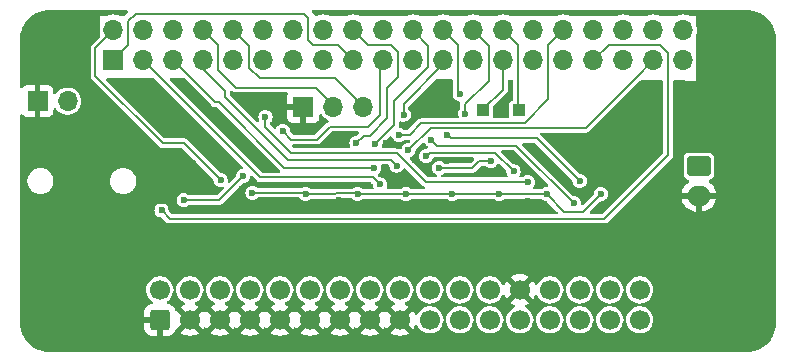
<source format=gbr>
%TF.GenerationSoftware,KiCad,Pcbnew,8.0.8-8.0.8-0~ubuntu24.04.1*%
%TF.CreationDate,2025-02-13T06:57:00+01:00*%
%TF.ProjectId,Acorn_1Mhz_bus_PiZero_interface,41636f72-6e5f-4314-9d68-7a5f6275735f,rev?*%
%TF.SameCoordinates,Original*%
%TF.FileFunction,Copper,L4,Bot*%
%TF.FilePolarity,Positive*%
%FSLAX46Y46*%
G04 Gerber Fmt 4.6, Leading zero omitted, Abs format (unit mm)*
G04 Created by KiCad (PCBNEW 8.0.8-8.0.8-0~ubuntu24.04.1) date 2025-02-13 06:57:00*
%MOMM*%
%LPD*%
G01*
G04 APERTURE LIST*
G04 Aperture macros list*
%AMRoundRect*
0 Rectangle with rounded corners*
0 $1 Rounding radius*
0 $2 $3 $4 $5 $6 $7 $8 $9 X,Y pos of 4 corners*
0 Add a 4 corners polygon primitive as box body*
4,1,4,$2,$3,$4,$5,$6,$7,$8,$9,$2,$3,0*
0 Add four circle primitives for the rounded corners*
1,1,$1+$1,$2,$3*
1,1,$1+$1,$4,$5*
1,1,$1+$1,$6,$7*
1,1,$1+$1,$8,$9*
0 Add four rect primitives between the rounded corners*
20,1,$1+$1,$2,$3,$4,$5,0*
20,1,$1+$1,$4,$5,$6,$7,0*
20,1,$1+$1,$6,$7,$8,$9,0*
20,1,$1+$1,$8,$9,$2,$3,0*%
G04 Aperture macros list end*
%TA.AperFunction,ComponentPad*%
%ADD10R,1.700000X1.700000*%
%TD*%
%TA.AperFunction,ComponentPad*%
%ADD11O,1.700000X1.700000*%
%TD*%
%TA.AperFunction,ComponentPad*%
%ADD12RoundRect,0.250000X-0.750000X0.600000X-0.750000X-0.600000X0.750000X-0.600000X0.750000X0.600000X0*%
%TD*%
%TA.AperFunction,ComponentPad*%
%ADD13O,2.000000X1.700000*%
%TD*%
%TA.AperFunction,ComponentPad*%
%ADD14RoundRect,0.250000X0.600000X-0.600000X0.600000X0.600000X-0.600000X0.600000X-0.600000X-0.600000X0*%
%TD*%
%TA.AperFunction,ComponentPad*%
%ADD15C,1.700000*%
%TD*%
%TA.AperFunction,SMDPad,CuDef*%
%ADD16R,1.000000X1.000000*%
%TD*%
%TA.AperFunction,ViaPad*%
%ADD17C,0.600000*%
%TD*%
%TA.AperFunction,Conductor*%
%ADD18C,0.200000*%
%TD*%
G04 APERTURE END LIST*
D10*
%TO.P,J5,1,Pin_1*%
%TO.N,GND*%
X124500000Y-108750000D03*
D11*
%TO.P,J5,2,Pin_2*%
%TO.N,TxD*%
X127040000Y-108750000D03*
%TO.P,J5,3,Pin_3*%
%TO.N,RxD*%
X129580000Y-108750000D03*
%TD*%
D10*
%TO.P,J4,1,Pin_1*%
%TO.N,GND*%
X102000000Y-108250000D03*
D11*
%TO.P,J4,2,Pin_2*%
%TO.N,Net-(J4-Pin_2)*%
X104540000Y-108250000D03*
%TD*%
D12*
%TO.P,J6,1,Pin_1*%
%TO.N,+5V*%
X158000000Y-113750000D03*
D13*
%TO.P,J6,2,Pin_2*%
%TO.N,GND*%
X158000000Y-116250000D03*
%TD*%
D14*
%TO.P,J1,1,Pin_1*%
%TO.N,GND*%
X112350000Y-126750000D03*
D15*
%TO.P,J1,2,Pin_2*%
%TO.N,R{slash}~{W}*%
X112350000Y-124210000D03*
%TO.P,J1,3,Pin_3*%
%TO.N,GND*%
X114890000Y-126750000D03*
%TO.P,J1,4,Pin_4*%
%TO.N,1MHz*%
X114890000Y-124210000D03*
%TO.P,J1,5,Pin_5*%
%TO.N,GND*%
X117430000Y-126750000D03*
%TO.P,J1,6,Pin_6*%
%TO.N,~{NMI}*%
X117430000Y-124210000D03*
%TO.P,J1,7,Pin_7*%
%TO.N,GND*%
X119970000Y-126750000D03*
%TO.P,J1,8,Pin_8*%
%TO.N,~{IRQ}*%
X119970000Y-124210000D03*
%TO.P,J1,9,Pin_9*%
%TO.N,GND*%
X122510000Y-126750000D03*
%TO.P,J1,10,Pin_10*%
%TO.N,~{PCFC}*%
X122510000Y-124210000D03*
%TO.P,J1,11,Pin_11*%
%TO.N,GND*%
X125050000Y-126750000D03*
%TO.P,J1,12,Pin_12*%
%TO.N,~{PCFD}*%
X125050000Y-124210000D03*
%TO.P,J1,13,Pin_13*%
%TO.N,GND*%
X127590000Y-126750000D03*
%TO.P,J1,14,Pin_14*%
%TO.N,~{RST}*%
X127590000Y-124210000D03*
%TO.P,J1,15,Pin_15*%
%TO.N,GND*%
X130130000Y-126750000D03*
%TO.P,J1,16,Pin_16*%
%TO.N,BBC_Audio*%
X130130000Y-124210000D03*
%TO.P,J1,17,Pin_17*%
%TO.N,GND*%
X132670000Y-126750000D03*
%TO.P,J1,18,Pin_18*%
%TO.N,D0*%
X132670000Y-124210000D03*
%TO.P,J1,19,Pin_19*%
%TO.N,D1*%
X135210000Y-126750000D03*
%TO.P,J1,20,Pin_20*%
%TO.N,D2*%
X135210000Y-124210000D03*
%TO.P,J1,21,Pin_21*%
%TO.N,D3*%
X137750000Y-126750000D03*
%TO.P,J1,22,Pin_22*%
%TO.N,D4*%
X137750000Y-124210000D03*
%TO.P,J1,23,Pin_23*%
%TO.N,D5*%
X140290000Y-126750000D03*
%TO.P,J1,24,Pin_24*%
%TO.N,D6*%
X140290000Y-124210000D03*
%TO.P,J1,25,Pin_25*%
%TO.N,D7*%
X142830000Y-126750000D03*
%TO.P,J1,26,Pin_26*%
%TO.N,GND*%
X142830000Y-124210000D03*
%TO.P,J1,27,Pin_27*%
%TO.N,A0*%
X145370000Y-126750000D03*
%TO.P,J1,28,Pin_28*%
%TO.N,A1*%
X145370000Y-124210000D03*
%TO.P,J1,29,Pin_29*%
%TO.N,A2*%
X147910000Y-126750000D03*
%TO.P,J1,30,Pin_30*%
%TO.N,A3*%
X147910000Y-124210000D03*
%TO.P,J1,31,Pin_31*%
%TO.N,A4*%
X150450000Y-126750000D03*
%TO.P,J1,32,Pin_32*%
%TO.N,A5*%
X150450000Y-124210000D03*
%TO.P,J1,33,Pin_33*%
%TO.N,A6*%
X152990000Y-126750000D03*
%TO.P,J1,34,Pin_34*%
%TO.N,A7*%
X152990000Y-124210000D03*
%TD*%
D16*
%TO.P,TP2,1,1*%
%TO.N,ID_SD*%
X139750000Y-109000000D03*
%TD*%
%TO.P,TP1,1,1*%
%TO.N,ID_SC*%
X142750000Y-109000000D03*
%TD*%
D10*
%TO.P,J2,1,3V3*%
%TO.N,+3V3*%
X108418680Y-104800000D03*
D11*
%TO.P,J2,2,5V*%
%TO.N,+5V*%
X108418680Y-102260000D03*
%TO.P,J2,3,SDA_I2C1/GPIO02*%
%TO.N,GPIO_2*%
X110958680Y-104800000D03*
%TO.P,J2,4,5V*%
%TO.N,+5V*%
X110958680Y-102260000D03*
%TO.P,J2,5,SCL_I2C1/GPIO03*%
%TO.N,GPIO_3*%
X113498680Y-104800000D03*
%TO.P,J2,6,GND*%
%TO.N,GND*%
X113498680Y-102260000D03*
%TO.P,J2,7,GPCLK0/GPIO04*%
%TO.N,GPIO_4*%
X116038680Y-104800000D03*
%TO.P,J2,8,GPIO14/UART_TXD*%
%TO.N,TxD*%
X116038680Y-102260000D03*
%TO.P,J2,9,GND*%
%TO.N,GND*%
X118578680Y-104800000D03*
%TO.P,J2,10,GPIO15/UART_RXD*%
%TO.N,RxD*%
X118578680Y-102260000D03*
%TO.P,J2,11,GPIO17/SPI1_~{CE1}*%
%TO.N,GPIO_17*%
X121118680Y-104800000D03*
%TO.P,J2,12,GPIO18/SPI1_~{CE0}/PCM_CLK/PWM0*%
%TO.N,GPIO_18*%
X121118680Y-102260000D03*
%TO.P,J2,13,GPIO27/SDIO_DAT3*%
%TO.N,GPIO_27*%
X123658680Y-104800000D03*
%TO.P,J2,14,GND*%
%TO.N,GND*%
X123658680Y-102260000D03*
%TO.P,J2,15,GPIO22/SDIO_CLK*%
%TO.N,GPIO_22*%
X126198680Y-104800000D03*
%TO.P,J2,16,GPIO23/SDIO_CMD*%
%TO.N,GPIO_23*%
X126198680Y-102260000D03*
%TO.P,J2,17,3V3*%
%TO.N,+3V3*%
X128738680Y-104800000D03*
%TO.P,J2,18,GPIO24/SDIO_DAT0*%
%TO.N,GPIO_24*%
X128738680Y-102260000D03*
%TO.P,J2,19,MOSI_SPI0/GPIO10*%
%TO.N,GPIO_10*%
X131278680Y-104800000D03*
%TO.P,J2,20,GND*%
%TO.N,GND*%
X131278680Y-102260000D03*
%TO.P,J2,21,MISO_SPI0/GPIO09*%
%TO.N,GPIO_9*%
X133818680Y-104800000D03*
%TO.P,J2,22,GPIO25/SDIO_DAT1*%
%TO.N,GPIO_25*%
X133818680Y-102260000D03*
%TO.P,J2,23,SCLK_SPI0/GPIO11*%
%TO.N,GPIO_11*%
X136358680Y-104800000D03*
%TO.P,J2,24,~{CE0}_SPI0/GPIO08*%
%TO.N,GPIO_8*%
X136358680Y-102260000D03*
%TO.P,J2,25,GND*%
%TO.N,GND*%
X138898680Y-104800000D03*
%TO.P,J2,26,~{CE1}_SPI0/GPIO07*%
%TO.N,GPIO_7*%
X138898680Y-102260000D03*
%TO.P,J2,27,ID_SD_I2C0/GPIO00*%
%TO.N,ID_SD*%
X141438680Y-104800000D03*
%TO.P,J2,28,ID_SC_I2C0/GPIO01*%
%TO.N,ID_SC*%
X141438680Y-102260000D03*
%TO.P,J2,29,GPCLK1/GPIO05*%
%TO.N,GPIO_5*%
X143978680Y-104800000D03*
%TO.P,J2,30,GND*%
%TO.N,GND*%
X143978680Y-102260000D03*
%TO.P,J2,31,GPCLK2/GPIO06*%
%TO.N,GPIO_6*%
X146518680Y-104800000D03*
%TO.P,J2,32,GPIO12/PWM0*%
%TO.N,GPIO_12*%
X146518680Y-102260000D03*
%TO.P,J2,33,GPIO13/PWM1*%
%TO.N,GPIO_13*%
X149058680Y-104800000D03*
%TO.P,J2,34,GND*%
%TO.N,GND*%
X149058680Y-102260000D03*
%TO.P,J2,35,GPIO19/SPI1_MISO/PCM_FS*%
%TO.N,GPIO_19*%
X151598680Y-104800000D03*
%TO.P,J2,36,GPIO16/SPI1_~{CE2}*%
%TO.N,GPIO_16*%
X151598680Y-102260000D03*
%TO.P,J2,37,GPIO26/SDIO_DAT2*%
%TO.N,GPIO_26*%
X154138680Y-104800000D03*
%TO.P,J2,38,GPIO20/SPI1_MOSI/PCM_DIN/PWM1*%
%TO.N,GPIO_20*%
X154138680Y-102260000D03*
%TO.P,J2,39,GND*%
%TO.N,GND*%
X156678680Y-104800000D03*
%TO.P,J2,40,GPIO21/SPI1_SCLK/PCM_DOUT*%
%TO.N,GPIO_21*%
X156678680Y-102260000D03*
%TD*%
D17*
%TO.N,GPIO_13*%
X112500000Y-117500000D03*
%TO.N,GPIO_10*%
X122750000Y-110750000D03*
%TO.N,GPIO_11*%
X133000000Y-109400000D03*
%TO.N,GPIO_12*%
X132600000Y-111100000D03*
%TO.N,GPIO_24*%
X129000000Y-111800000D03*
%TO.N,GPIO_25*%
X130600000Y-111900000D03*
%TO.N,GPIO_26*%
X133400000Y-112400000D03*
%TO.N,GPIO_2*%
X131000000Y-115300000D03*
%TO.N,GPIO_3*%
X130500000Y-113900000D03*
%TO.N,GPIO_4*%
X132400000Y-113700000D03*
%TO.N,GPIO_6*%
X136000000Y-113900000D03*
X140400000Y-113300000D03*
%TO.N,GPIO_7*%
X138200000Y-109300000D03*
%TO.N,GPIO_8*%
X137744454Y-107655546D03*
%TO.N,GPIO_17*%
X142300000Y-114200000D03*
X134900000Y-112900000D03*
%TO.N,GPIO_18*%
X143500000Y-115100000D03*
X121300000Y-109600000D03*
%TO.N,GPIO_22*%
X135300000Y-111500000D03*
X147400000Y-116900000D03*
%TO.N,GPIO_23*%
X136700000Y-111100000D03*
X147900000Y-115000000D03*
%TO.N,Net-(D1A-K)*%
X149700000Y-116100000D03*
X129100000Y-116100000D03*
X124700000Y-116100000D03*
X137100000Y-116100000D03*
X141100000Y-116100000D03*
X145100000Y-116100000D03*
X120200000Y-116000000D03*
X133200000Y-116100000D03*
%TO.N,GND*%
X133400000Y-110200000D03*
X111900000Y-114000000D03*
X131500000Y-116800000D03*
X139600000Y-118900000D03*
X132600000Y-112000000D03*
X147749992Y-116000000D03*
X102400000Y-117700000D03*
X102400000Y-112300000D03*
X131500000Y-111800000D03*
X129000000Y-118900000D03*
X121000000Y-113300000D03*
X112500000Y-116600000D03*
X134200000Y-118900000D03*
X116600000Y-115300000D03*
X139600000Y-117000000D03*
X150300000Y-118900000D03*
X115900000Y-115750000D03*
X134000000Y-113200000D03*
X141250000Y-109100000D03*
X112800000Y-108300000D03*
X113500000Y-119750000D03*
X112400000Y-118400000D03*
X143200000Y-114200000D03*
X101900000Y-110500000D03*
X137500000Y-108600000D03*
X119300000Y-115700000D03*
X124100000Y-118900000D03*
X131500000Y-113800000D03*
X145100000Y-118900000D03*
X128100000Y-111700000D03*
X101300000Y-117700000D03*
X150600000Y-116100000D03*
X101800000Y-119500000D03*
X101300000Y-112300000D03*
X115200000Y-113500000D03*
X122200000Y-109900000D03*
X136300000Y-109300000D03*
X139900000Y-114100000D03*
X143500000Y-116700000D03*
X133100000Y-114300000D03*
X123300000Y-116900000D03*
X127500000Y-116600000D03*
X136700000Y-113300000D03*
%TO.N,+5V*%
X117500000Y-114900000D03*
%TO.N,Net-(JP1-A)*%
X119400000Y-114600000D03*
X114375000Y-116625000D03*
%TD*%
D18*
%TO.N,GPIO_13*%
X113200000Y-118200000D02*
X112500000Y-117500000D01*
X149058680Y-104800000D02*
X150358680Y-103500000D01*
X155400000Y-104200000D02*
X155400000Y-112800000D01*
X150000000Y-118200000D02*
X113200000Y-118200000D01*
X150358680Y-103500000D02*
X154700000Y-103500000D01*
X154700000Y-103500000D02*
X155400000Y-104200000D01*
X155400000Y-112800000D02*
X150000000Y-118200000D01*
%TO.N,GPIO_10*%
X131000000Y-109400000D02*
X131000000Y-105078680D01*
X131000000Y-105078680D02*
X131278680Y-104800000D01*
X125650000Y-111500000D02*
X126750000Y-110400000D01*
X130000000Y-110400000D02*
X131000000Y-109400000D01*
X126750000Y-110400000D02*
X130000000Y-110400000D01*
X123500000Y-111500000D02*
X125650000Y-111500000D01*
X122750000Y-110750000D02*
X123500000Y-111500000D01*
%TO.N,GPIO_11*%
X136358680Y-105141320D02*
X136358680Y-104800000D01*
X133000000Y-109400000D02*
X133000000Y-108500000D01*
X133000000Y-108500000D02*
X136358680Y-105141320D01*
%TO.N,GPIO_12*%
X145250000Y-103528680D02*
X146518680Y-102260000D01*
X143250000Y-110100000D02*
X145250000Y-108100000D01*
X145250000Y-108100000D02*
X145250000Y-103528680D01*
X132600000Y-111100000D02*
X133500000Y-111100000D01*
X133500000Y-111100000D02*
X134500000Y-110100000D01*
X134500000Y-110100000D02*
X143250000Y-110100000D01*
%TO.N,GPIO_24*%
X129978680Y-103500000D02*
X128738680Y-102260000D01*
X131900000Y-103500000D02*
X129978680Y-103500000D01*
X130124265Y-111175735D02*
X131600000Y-109700000D01*
X132500000Y-106200000D02*
X132500000Y-104100000D01*
X129624265Y-111175735D02*
X130124265Y-111175735D01*
X132500000Y-104100000D02*
X131900000Y-103500000D01*
X131600000Y-107100000D02*
X132500000Y-106200000D01*
X131600000Y-109700000D02*
X131600000Y-107100000D01*
X129000000Y-111800000D02*
X129624265Y-111175735D01*
%TO.N,GPIO_25*%
X135100000Y-105368680D02*
X135100000Y-103541320D01*
X132200000Y-110300000D02*
X132200000Y-108268680D01*
X130600000Y-111900000D02*
X132200000Y-110300000D01*
X132200000Y-108268680D02*
X135100000Y-105368680D01*
X135100000Y-103541320D02*
X133818680Y-102260000D01*
%TO.N,GPIO_26*%
X135300000Y-110500000D02*
X148400000Y-110500000D01*
X133400000Y-112400000D02*
X135300000Y-110500000D01*
X152650000Y-106250000D02*
X152688680Y-106250000D01*
X152688680Y-106250000D02*
X154138680Y-104800000D01*
X148400000Y-110500000D02*
X152650000Y-106250000D01*
%TO.N,GPIO_2*%
X131000000Y-115300000D02*
X130400000Y-114700000D01*
X130400000Y-114700000D02*
X120858680Y-114700000D01*
X120858680Y-114700000D02*
X110958680Y-104800000D01*
%TO.N,GPIO_3*%
X113498680Y-104800000D02*
X117049340Y-108350660D01*
X122900000Y-113900000D02*
X117350660Y-108350660D01*
X117350660Y-108350660D02*
X117049340Y-108350660D01*
X130500000Y-113900000D02*
X122900000Y-113900000D01*
%TO.N,GPIO_4*%
X132400000Y-113700000D02*
X131900000Y-113200000D01*
X131900000Y-113200000D02*
X123200000Y-113200000D01*
X116038680Y-105538680D02*
X116038680Y-104800000D01*
X117900000Y-107400000D02*
X116038680Y-105538680D01*
X117900000Y-107900000D02*
X117900000Y-107400000D01*
X123200000Y-113200000D02*
X117900000Y-107900000D01*
%TO.N,GPIO_6*%
X139400000Y-113300000D02*
X138800000Y-113900000D01*
X140400000Y-113300000D02*
X139400000Y-113300000D01*
X138800000Y-113900000D02*
X136000000Y-113900000D01*
%TO.N,GPIO_7*%
X140200000Y-106500000D02*
X140200000Y-103561320D01*
X138200000Y-109300000D02*
X138200000Y-108500000D01*
X138200000Y-108500000D02*
X140200000Y-106500000D01*
X140200000Y-103561320D02*
X138898680Y-102260000D01*
%TO.N,GPIO_8*%
X137600000Y-103501320D02*
X136358680Y-102260000D01*
X137744454Y-107655546D02*
X137600000Y-107511092D01*
X137600000Y-107511092D02*
X137600000Y-103501320D01*
%TO.N,GPIO_17*%
X134900000Y-112900000D02*
X135200000Y-112600000D01*
X135200000Y-112600000D02*
X140700000Y-112600000D01*
X140700000Y-112600000D02*
X142300000Y-114200000D01*
%TO.N,GPIO_18*%
X134900000Y-115100000D02*
X132400000Y-112600000D01*
X143500000Y-115100000D02*
X134900000Y-115100000D01*
X123500000Y-112600000D02*
X121300000Y-110400000D01*
X132400000Y-112600000D02*
X123500000Y-112600000D01*
X121300000Y-110400000D02*
X121300000Y-109600000D01*
%TO.N,GPIO_22*%
X135300000Y-111500000D02*
X135800000Y-112000000D01*
X142500000Y-112000000D02*
X147400000Y-116900000D01*
X135800000Y-112000000D02*
X142500000Y-112000000D01*
%TO.N,GPIO_23*%
X144300000Y-111400000D02*
X137000000Y-111400000D01*
X137000000Y-111400000D02*
X136700000Y-111100000D01*
X147900000Y-115000000D02*
X144300000Y-111400000D01*
%TO.N,Net-(D1A-K)*%
X133200000Y-116100000D02*
X129100000Y-116100000D01*
X133200000Y-116100000D02*
X137100000Y-116100000D01*
X127222182Y-116100000D02*
X127272182Y-116050000D01*
X129050000Y-116050000D02*
X129100000Y-116100000D01*
X146600000Y-117600000D02*
X148200000Y-117600000D01*
X124700000Y-116100000D02*
X127222182Y-116100000D01*
X127272182Y-116050000D02*
X129050000Y-116050000D01*
X148200000Y-117600000D02*
X149700000Y-116100000D01*
X141100000Y-116100000D02*
X137100000Y-116100000D01*
X124600000Y-116000000D02*
X120200000Y-116000000D01*
X141100000Y-116100000D02*
X145100000Y-116100000D01*
X145100000Y-116100000D02*
X146600000Y-117600000D01*
X124700000Y-116100000D02*
X124600000Y-116000000D01*
%TO.N,+5V*%
X106900000Y-103778680D02*
X108418680Y-102260000D01*
X117500000Y-114900000D02*
X114400000Y-111800000D01*
X112600000Y-111800000D02*
X106900000Y-106100000D01*
X114400000Y-111800000D02*
X112600000Y-111800000D01*
X106900000Y-106100000D02*
X106900000Y-103778680D01*
%TO.N,ID_SC*%
X142700000Y-103521320D02*
X141438680Y-102260000D01*
X142700000Y-108950000D02*
X142700000Y-103521320D01*
X142750000Y-109000000D02*
X142700000Y-108950000D01*
%TO.N,+3V3*%
X125300000Y-103500000D02*
X124900000Y-103100000D01*
X128738680Y-104800000D02*
X127438680Y-103500000D01*
X124900000Y-103100000D02*
X124900000Y-101200000D01*
X127438680Y-103500000D02*
X125300000Y-103500000D01*
X109700000Y-103518680D02*
X108418680Y-104800000D01*
X124900000Y-101200000D02*
X124600000Y-100900000D01*
X109700000Y-101500000D02*
X109700000Y-103518680D01*
X124600000Y-100900000D02*
X110300000Y-100900000D01*
X110300000Y-100900000D02*
X109700000Y-101500000D01*
%TO.N,TxD*%
X125600000Y-107100000D02*
X118800000Y-107100000D01*
X127040000Y-108750000D02*
X127040000Y-108540000D01*
X117300000Y-105600000D02*
X117300000Y-103521320D01*
X127040000Y-108540000D02*
X125600000Y-107100000D01*
X118800000Y-107100000D02*
X117300000Y-105600000D01*
X117300000Y-103521320D02*
X116038680Y-102260000D01*
%TO.N,ID_SD*%
X141438680Y-107261320D02*
X141438680Y-104800000D01*
X139750000Y-108950000D02*
X141438680Y-107261320D01*
X139750000Y-109000000D02*
X139750000Y-108950000D01*
%TO.N,RxD*%
X119900000Y-105400000D02*
X119900000Y-103581320D01*
X119900000Y-103581320D02*
X118578680Y-102260000D01*
X129580000Y-108680000D02*
X127200000Y-106300000D01*
X120800000Y-106300000D02*
X119900000Y-105400000D01*
X129580000Y-108750000D02*
X129580000Y-108680000D01*
X127200000Y-106300000D02*
X120800000Y-106300000D01*
%TO.N,Net-(JP1-A)*%
X119400000Y-114600000D02*
X117400000Y-116600000D01*
X117400000Y-116600000D02*
X114400000Y-116600000D01*
X114400000Y-116600000D02*
X114375000Y-116625000D01*
%TD*%
%TA.AperFunction,Conductor*%
%TO.N,GND*%
G36*
X107250000Y-101000000D02*
G01*
X107250000Y-102810924D01*
X107230315Y-102877963D01*
X107213681Y-102898605D01*
X106579522Y-103532764D01*
X106579518Y-103532770D01*
X106526792Y-103624092D01*
X106526793Y-103624093D01*
X106499500Y-103725953D01*
X106499500Y-106152726D01*
X106526793Y-106254589D01*
X106537189Y-106272594D01*
X106579520Y-106345913D01*
X112354087Y-112120480D01*
X112445412Y-112173207D01*
X112547273Y-112200500D01*
X114182745Y-112200500D01*
X114249784Y-112220185D01*
X114270426Y-112236819D01*
X116858597Y-114824990D01*
X116892082Y-114886313D01*
X116893855Y-114896485D01*
X116894318Y-114899998D01*
X116894318Y-114900000D01*
X116911516Y-115030636D01*
X116914956Y-115056761D01*
X116914956Y-115056762D01*
X116956376Y-115156760D01*
X116975464Y-115202841D01*
X117071718Y-115328282D01*
X117197159Y-115424536D01*
X117343238Y-115485044D01*
X117413681Y-115494318D01*
X117499999Y-115505682D01*
X117500000Y-115505682D01*
X117630637Y-115488483D01*
X117699672Y-115499248D01*
X117751928Y-115545628D01*
X117770813Y-115612897D01*
X117750333Y-115679698D01*
X117734503Y-115699103D01*
X117270426Y-116163181D01*
X117209103Y-116196666D01*
X117182745Y-116199500D01*
X114849001Y-116199500D01*
X114781962Y-116179815D01*
X114773515Y-116173876D01*
X114677842Y-116100464D01*
X114531762Y-116039956D01*
X114531760Y-116039955D01*
X114375001Y-116019318D01*
X114374999Y-116019318D01*
X114218239Y-116039955D01*
X114218237Y-116039956D01*
X114072160Y-116100463D01*
X113946718Y-116196718D01*
X113850463Y-116322160D01*
X113789956Y-116468237D01*
X113789955Y-116468239D01*
X113769318Y-116624998D01*
X113769318Y-116625001D01*
X113789955Y-116781760D01*
X113789956Y-116781762D01*
X113847414Y-116920479D01*
X113850464Y-116927841D01*
X113946718Y-117053282D01*
X114072159Y-117149536D01*
X114218238Y-117210044D01*
X114296619Y-117220363D01*
X114374999Y-117230682D01*
X114375000Y-117230682D01*
X114375001Y-117230682D01*
X114427254Y-117223802D01*
X114531762Y-117210044D01*
X114677841Y-117149536D01*
X114803282Y-117053282D01*
X114805490Y-117050404D01*
X114806559Y-117049012D01*
X114862987Y-117007810D01*
X114904933Y-117000500D01*
X117452725Y-117000500D01*
X117452727Y-117000500D01*
X117554588Y-116973207D01*
X117645913Y-116920480D01*
X119324991Y-115241400D01*
X119386312Y-115207917D01*
X119396485Y-115206144D01*
X119399997Y-115205681D01*
X119400000Y-115205682D01*
X119556762Y-115185044D01*
X119702841Y-115124536D01*
X119828282Y-115028282D01*
X119924536Y-114902841D01*
X119985044Y-114756762D01*
X119994570Y-114684398D01*
X120022836Y-114620503D01*
X120081160Y-114582031D01*
X120151025Y-114581199D01*
X120205190Y-114612903D01*
X120612767Y-115020480D01*
X120704092Y-115073207D01*
X120805953Y-115100500D01*
X120911407Y-115100500D01*
X130182745Y-115100500D01*
X130249784Y-115120185D01*
X130270426Y-115136819D01*
X130358597Y-115224990D01*
X130392082Y-115286313D01*
X130393855Y-115296485D01*
X130414956Y-115456761D01*
X130414957Y-115456765D01*
X130444483Y-115528048D01*
X130451952Y-115597517D01*
X130420676Y-115659996D01*
X130360587Y-115695648D01*
X130329922Y-115699500D01*
X129606580Y-115699500D01*
X129539541Y-115679815D01*
X129531093Y-115673876D01*
X129528283Y-115671720D01*
X129528282Y-115671718D01*
X129402841Y-115575464D01*
X129399007Y-115573876D01*
X129256762Y-115514956D01*
X129256760Y-115514955D01*
X129100001Y-115494318D01*
X129099999Y-115494318D01*
X128943239Y-115514955D01*
X128943237Y-115514956D01*
X128797157Y-115575464D01*
X128734067Y-115623876D01*
X128668898Y-115649070D01*
X128658581Y-115649500D01*
X127332521Y-115649500D01*
X127332505Y-115649499D01*
X127324909Y-115649499D01*
X127219455Y-115649499D01*
X127136535Y-115671718D01*
X127136534Y-115671717D01*
X127117597Y-115676792D01*
X127117592Y-115676794D01*
X127107040Y-115682887D01*
X127045040Y-115699500D01*
X125206580Y-115699500D01*
X125139541Y-115679815D01*
X125131093Y-115673876D01*
X125128283Y-115671720D01*
X125128282Y-115671718D01*
X125002841Y-115575464D01*
X124999007Y-115573876D01*
X124856762Y-115514956D01*
X124856760Y-115514955D01*
X124700001Y-115494318D01*
X124699999Y-115494318D01*
X124543239Y-115514955D01*
X124543234Y-115514957D01*
X124397163Y-115575461D01*
X124390124Y-115579526D01*
X124389117Y-115577783D01*
X124334068Y-115599069D01*
X124323743Y-115599500D01*
X120706580Y-115599500D01*
X120639541Y-115579815D01*
X120631093Y-115573876D01*
X120628283Y-115571720D01*
X120628282Y-115571718D01*
X120502841Y-115475464D01*
X120497392Y-115473207D01*
X120356762Y-115414956D01*
X120356760Y-115414955D01*
X120200001Y-115394318D01*
X120199999Y-115394318D01*
X120043239Y-115414955D01*
X120043237Y-115414956D01*
X119897160Y-115475463D01*
X119771718Y-115571718D01*
X119675463Y-115697160D01*
X119614956Y-115843237D01*
X119614955Y-115843239D01*
X119594318Y-115999998D01*
X119594318Y-116000000D01*
X119614955Y-116156760D01*
X119614956Y-116156762D01*
X119673826Y-116298888D01*
X119675464Y-116302841D01*
X119771718Y-116428282D01*
X119897159Y-116524536D01*
X120043238Y-116585044D01*
X120121619Y-116595363D01*
X120199999Y-116605682D01*
X120200000Y-116605682D01*
X120200001Y-116605682D01*
X120264739Y-116597159D01*
X120356762Y-116585044D01*
X120502841Y-116524536D01*
X120628282Y-116428282D01*
X120628283Y-116428279D01*
X120631093Y-116426124D01*
X120696263Y-116400930D01*
X120706580Y-116400500D01*
X124112518Y-116400500D01*
X124179557Y-116420185D01*
X124210894Y-116449014D01*
X124268843Y-116524536D01*
X124271718Y-116528282D01*
X124397159Y-116624536D01*
X124543238Y-116685044D01*
X124621619Y-116695363D01*
X124699999Y-116705682D01*
X124700000Y-116705682D01*
X124700001Y-116705682D01*
X124752254Y-116698802D01*
X124856762Y-116685044D01*
X125002841Y-116624536D01*
X125128282Y-116528282D01*
X125128283Y-116528279D01*
X125131093Y-116526124D01*
X125196263Y-116500930D01*
X125206580Y-116500500D01*
X127274907Y-116500500D01*
X127274909Y-116500500D01*
X127376770Y-116473207D01*
X127385375Y-116468239D01*
X127387326Y-116467113D01*
X127449326Y-116450500D01*
X128550884Y-116450500D01*
X128617923Y-116470185D01*
X128649257Y-116499010D01*
X128671718Y-116528282D01*
X128797159Y-116624536D01*
X128943238Y-116685044D01*
X129021619Y-116695363D01*
X129099999Y-116705682D01*
X129100000Y-116705682D01*
X129100001Y-116705682D01*
X129152254Y-116698802D01*
X129256762Y-116685044D01*
X129402841Y-116624536D01*
X129528282Y-116528282D01*
X129528283Y-116528279D01*
X129531093Y-116526124D01*
X129596263Y-116500930D01*
X129606580Y-116500500D01*
X132693420Y-116500500D01*
X132760459Y-116520185D01*
X132768907Y-116526124D01*
X132771716Y-116528279D01*
X132771718Y-116528282D01*
X132897159Y-116624536D01*
X133043238Y-116685044D01*
X133121619Y-116695363D01*
X133199999Y-116705682D01*
X133200000Y-116705682D01*
X133200001Y-116705682D01*
X133252254Y-116698802D01*
X133356762Y-116685044D01*
X133502841Y-116624536D01*
X133628282Y-116528282D01*
X133628283Y-116528279D01*
X133631093Y-116526124D01*
X133696263Y-116500930D01*
X133706580Y-116500500D01*
X136593420Y-116500500D01*
X136660459Y-116520185D01*
X136668907Y-116526124D01*
X136671716Y-116528279D01*
X136671718Y-116528282D01*
X136797159Y-116624536D01*
X136943238Y-116685044D01*
X137021619Y-116695363D01*
X137099999Y-116705682D01*
X137100000Y-116705682D01*
X137100001Y-116705682D01*
X137152254Y-116698802D01*
X137256762Y-116685044D01*
X137402841Y-116624536D01*
X137528282Y-116528282D01*
X137528283Y-116528279D01*
X137531093Y-116526124D01*
X137596263Y-116500930D01*
X137606580Y-116500500D01*
X140593420Y-116500500D01*
X140660459Y-116520185D01*
X140668907Y-116526124D01*
X140671716Y-116528279D01*
X140671718Y-116528282D01*
X140797159Y-116624536D01*
X140943238Y-116685044D01*
X141021619Y-116695363D01*
X141099999Y-116705682D01*
X141100000Y-116705682D01*
X141100001Y-116705682D01*
X141152254Y-116698802D01*
X141256762Y-116685044D01*
X141402841Y-116624536D01*
X141528282Y-116528282D01*
X141528283Y-116528279D01*
X141531093Y-116526124D01*
X141596263Y-116500930D01*
X141606580Y-116500500D01*
X144593420Y-116500500D01*
X144660459Y-116520185D01*
X144668907Y-116526124D01*
X144671716Y-116528279D01*
X144671718Y-116528282D01*
X144797159Y-116624536D01*
X144943238Y-116685044D01*
X145100000Y-116705682D01*
X145100001Y-116705681D01*
X145103513Y-116706144D01*
X145167410Y-116734410D01*
X145175009Y-116741402D01*
X146021426Y-117587819D01*
X146054911Y-117649142D01*
X146049927Y-117718834D01*
X146008055Y-117774767D01*
X145942591Y-117799184D01*
X145933745Y-117799500D01*
X113417255Y-117799500D01*
X113350216Y-117779815D01*
X113329574Y-117763181D01*
X113141402Y-117575009D01*
X113107917Y-117513686D01*
X113106144Y-117503513D01*
X113105681Y-117499998D01*
X113085044Y-117343238D01*
X113024536Y-117197159D01*
X112928282Y-117071718D01*
X112802841Y-116975464D01*
X112797392Y-116973207D01*
X112656762Y-116914956D01*
X112656760Y-116914955D01*
X112500001Y-116894318D01*
X112499999Y-116894318D01*
X112343239Y-116914955D01*
X112343237Y-116914956D01*
X112197160Y-116975463D01*
X112071718Y-117071718D01*
X111975463Y-117197160D01*
X111914956Y-117343237D01*
X111914955Y-117343239D01*
X111894318Y-117499998D01*
X111894318Y-117500001D01*
X111914955Y-117656760D01*
X111914956Y-117656762D01*
X111975464Y-117802841D01*
X112071718Y-117928282D01*
X112197159Y-118024536D01*
X112343238Y-118085044D01*
X112500000Y-118105682D01*
X112500001Y-118105681D01*
X112503513Y-118106144D01*
X112567410Y-118134410D01*
X112575009Y-118141402D01*
X112879519Y-118445912D01*
X112879520Y-118445913D01*
X112954087Y-118520480D01*
X113045413Y-118573207D01*
X113147273Y-118600500D01*
X113147275Y-118600500D01*
X150052725Y-118600500D01*
X150052727Y-118600500D01*
X150154588Y-118573207D01*
X150245913Y-118520480D01*
X152766393Y-116000000D01*
X156522769Y-116000000D01*
X157566988Y-116000000D01*
X157534075Y-116057007D01*
X157500000Y-116184174D01*
X157500000Y-116315826D01*
X157534075Y-116442993D01*
X157566988Y-116500000D01*
X156522769Y-116500000D01*
X156533242Y-116566126D01*
X156533242Y-116566129D01*
X156598904Y-116768217D01*
X156695379Y-116957557D01*
X156820272Y-117129459D01*
X156820276Y-117129464D01*
X156970535Y-117279723D01*
X156970540Y-117279727D01*
X157142442Y-117404620D01*
X157331782Y-117501095D01*
X157533870Y-117566757D01*
X157743754Y-117600000D01*
X157750000Y-117600000D01*
X157750000Y-116683012D01*
X157807007Y-116715925D01*
X157934174Y-116750000D01*
X158065826Y-116750000D01*
X158192993Y-116715925D01*
X158250000Y-116683012D01*
X158250000Y-117600000D01*
X158256246Y-117600000D01*
X158466127Y-117566757D01*
X158466130Y-117566757D01*
X158668217Y-117501095D01*
X158857557Y-117404620D01*
X159029459Y-117279727D01*
X159029464Y-117279723D01*
X159179723Y-117129464D01*
X159179727Y-117129459D01*
X159304620Y-116957557D01*
X159401095Y-116768217D01*
X159466757Y-116566129D01*
X159466757Y-116566126D01*
X159477231Y-116500000D01*
X158433012Y-116500000D01*
X158465925Y-116442993D01*
X158500000Y-116315826D01*
X158500000Y-116184174D01*
X158465925Y-116057007D01*
X158433012Y-116000000D01*
X159477231Y-116000000D01*
X159466757Y-115933873D01*
X159466757Y-115933870D01*
X159401095Y-115731782D01*
X159304620Y-115542442D01*
X159179727Y-115370540D01*
X159179723Y-115370535D01*
X159029464Y-115220276D01*
X159029459Y-115220272D01*
X158865439Y-115101105D01*
X158822773Y-115045775D01*
X158816794Y-114976162D01*
X158849399Y-114914367D01*
X158892831Y-114885433D01*
X159022342Y-114834361D01*
X159142922Y-114742922D01*
X159234361Y-114622342D01*
X159289877Y-114481564D01*
X159300500Y-114393102D01*
X159300500Y-113106898D01*
X159289877Y-113018436D01*
X159234361Y-112877658D01*
X159234360Y-112877657D01*
X159234360Y-112877656D01*
X159142922Y-112757077D01*
X159022343Y-112665639D01*
X158926192Y-112627722D01*
X158881564Y-112610123D01*
X158881563Y-112610122D01*
X158881561Y-112610122D01*
X158835926Y-112604642D01*
X158793102Y-112599500D01*
X157206898Y-112599500D01*
X157167853Y-112604188D01*
X157118438Y-112610122D01*
X156977656Y-112665639D01*
X156857077Y-112757077D01*
X156765639Y-112877656D01*
X156710122Y-113018438D01*
X156704188Y-113067853D01*
X156699500Y-113106898D01*
X156699500Y-114393102D01*
X156703275Y-114424536D01*
X156710122Y-114481561D01*
X156710122Y-114481563D01*
X156710123Y-114481564D01*
X156715144Y-114494297D01*
X156765639Y-114622343D01*
X156857077Y-114742922D01*
X156977658Y-114834361D01*
X156977660Y-114834362D01*
X157107165Y-114885433D01*
X157162309Y-114928338D01*
X157185502Y-114994246D01*
X157169381Y-115062231D01*
X157134560Y-115101105D01*
X156970540Y-115220272D01*
X156970535Y-115220276D01*
X156820276Y-115370535D01*
X156820272Y-115370540D01*
X156695379Y-115542442D01*
X156598904Y-115731782D01*
X156533242Y-115933870D01*
X156533242Y-115933873D01*
X156522769Y-116000000D01*
X152766393Y-116000000D01*
X155720480Y-113045913D01*
X155773207Y-112954588D01*
X155800500Y-112852727D01*
X155800500Y-112747273D01*
X155800500Y-106614963D01*
X155820185Y-106547924D01*
X155872989Y-106502169D01*
X155925109Y-106490965D01*
X157750000Y-106500000D01*
X157750000Y-102716071D01*
X157754734Y-102682136D01*
X157756085Y-102677389D01*
X157814436Y-102472310D01*
X157834109Y-102260000D01*
X157814436Y-102047690D01*
X157807328Y-102022710D01*
X157754734Y-101837859D01*
X157750000Y-101803925D01*
X157750000Y-101000000D01*
X157750000Y-100500500D01*
X161462788Y-100500500D01*
X161962787Y-100500500D01*
X161962791Y-100500501D01*
X162024933Y-100500500D01*
X162032419Y-100500725D01*
X162322483Y-100518269D01*
X162337341Y-100520073D01*
X162619489Y-100571778D01*
X162633999Y-100575353D01*
X162907865Y-100660691D01*
X162921862Y-100666000D01*
X163183426Y-100783719D01*
X163196685Y-100790678D01*
X163442150Y-100939066D01*
X163454473Y-100947572D01*
X163680262Y-101124464D01*
X163691470Y-101134393D01*
X163894295Y-101337216D01*
X163904220Y-101348419D01*
X164024180Y-101501536D01*
X164081119Y-101574212D01*
X164089623Y-101586532D01*
X164238013Y-101831999D01*
X164238016Y-101832003D01*
X164244974Y-101845261D01*
X164362694Y-102106822D01*
X164367999Y-102120810D01*
X164376604Y-102148421D01*
X164453335Y-102394661D01*
X164456918Y-102409199D01*
X164508623Y-102691338D01*
X164510428Y-102706203D01*
X164527954Y-102995932D01*
X164528180Y-103003419D01*
X164528180Y-126996249D01*
X164527954Y-127003736D01*
X164510408Y-127293793D01*
X164508603Y-127308658D01*
X164456900Y-127590792D01*
X164453316Y-127605331D01*
X164367983Y-127879173D01*
X164362677Y-127893166D01*
X164244955Y-128154732D01*
X164238000Y-128167984D01*
X164089608Y-128413453D01*
X164081102Y-128425776D01*
X163904210Y-128651561D01*
X163894280Y-128662770D01*
X163691457Y-128865591D01*
X163680249Y-128875520D01*
X163454459Y-129052414D01*
X163442135Y-129060920D01*
X163196679Y-129209301D01*
X163183421Y-129216260D01*
X162921857Y-129333979D01*
X162907856Y-129339289D01*
X162634008Y-129424622D01*
X162619469Y-129428205D01*
X162337343Y-129479905D01*
X162322478Y-129481710D01*
X162032087Y-129499273D01*
X162024601Y-129499499D01*
X161955197Y-129499499D01*
X161955181Y-129499500D01*
X103032435Y-129499500D01*
X103024947Y-129499274D01*
X103024930Y-129499273D01*
X103021345Y-129499056D01*
X102734888Y-129481726D01*
X102720024Y-129479921D01*
X102437891Y-129428217D01*
X102423352Y-129424633D01*
X102149513Y-129339300D01*
X102135512Y-129333990D01*
X101873953Y-129216270D01*
X101860694Y-129209311D01*
X101860677Y-129209301D01*
X101737964Y-129135117D01*
X101615234Y-129060923D01*
X101602912Y-129052418D01*
X101377124Y-128875524D01*
X101365916Y-128865594D01*
X101163094Y-128662771D01*
X101153172Y-128651572D01*
X101033214Y-128498456D01*
X100976274Y-128425777D01*
X100967768Y-128413454D01*
X100819381Y-128167991D01*
X100812422Y-128154732D01*
X100787789Y-128099999D01*
X100694701Y-127893163D01*
X100689393Y-127879165D01*
X100604062Y-127605329D01*
X100600478Y-127590790D01*
X100548776Y-127308658D01*
X100546971Y-127293794D01*
X100533190Y-127065966D01*
X100529405Y-127003399D01*
X100529180Y-126995925D01*
X100529180Y-126100013D01*
X111000000Y-126100013D01*
X111000000Y-126500000D01*
X111916988Y-126500000D01*
X111884075Y-126557007D01*
X111850000Y-126684174D01*
X111850000Y-126815826D01*
X111884075Y-126942993D01*
X111916988Y-127000000D01*
X111000001Y-127000000D01*
X111000001Y-127399986D01*
X111010494Y-127502697D01*
X111065641Y-127669119D01*
X111065643Y-127669124D01*
X111157684Y-127818345D01*
X111281654Y-127942315D01*
X111430875Y-128034356D01*
X111430880Y-128034358D01*
X111597302Y-128089505D01*
X111597309Y-128089506D01*
X111700019Y-128099999D01*
X112099999Y-128099999D01*
X112100000Y-128099998D01*
X112100000Y-127183012D01*
X112157007Y-127215925D01*
X112284174Y-127250000D01*
X112415826Y-127250000D01*
X112542993Y-127215925D01*
X112600000Y-127183012D01*
X112600000Y-128099999D01*
X112999972Y-128099999D01*
X112999986Y-128099998D01*
X113102697Y-128089505D01*
X113269119Y-128034358D01*
X113269124Y-128034356D01*
X113418345Y-127942315D01*
X113542315Y-127818345D01*
X113634356Y-127669124D01*
X113634358Y-127669119D01*
X113658282Y-127596922D01*
X113698054Y-127539477D01*
X113762570Y-127512654D01*
X113773911Y-127512534D01*
X114407037Y-126879408D01*
X114424075Y-126942993D01*
X114489901Y-127057007D01*
X114582993Y-127150099D01*
X114697007Y-127215925D01*
X114760591Y-127232962D01*
X114128626Y-127864926D01*
X114212417Y-127923598D01*
X114212421Y-127923600D01*
X114426507Y-128023429D01*
X114426516Y-128023433D01*
X114654673Y-128084567D01*
X114654684Y-128084569D01*
X114889998Y-128105157D01*
X114890002Y-128105157D01*
X115125315Y-128084569D01*
X115125326Y-128084567D01*
X115353483Y-128023433D01*
X115353492Y-128023429D01*
X115567580Y-127923599D01*
X115651371Y-127864925D01*
X115019408Y-127232962D01*
X115082993Y-127215925D01*
X115197007Y-127150099D01*
X115290099Y-127057007D01*
X115355925Y-126942993D01*
X115372962Y-126879408D01*
X116004925Y-127511371D01*
X116058426Y-127434968D01*
X116113004Y-127391344D01*
X116182502Y-127384152D01*
X116244856Y-127415675D01*
X116261575Y-127434969D01*
X116315073Y-127511372D01*
X116947037Y-126879408D01*
X116964075Y-126942993D01*
X117029901Y-127057007D01*
X117122993Y-127150099D01*
X117237007Y-127215925D01*
X117300591Y-127232962D01*
X116668626Y-127864926D01*
X116752417Y-127923598D01*
X116752421Y-127923600D01*
X116966507Y-128023429D01*
X116966516Y-128023433D01*
X117194673Y-128084567D01*
X117194684Y-128084569D01*
X117429998Y-128105157D01*
X117430002Y-128105157D01*
X117665315Y-128084569D01*
X117665326Y-128084567D01*
X117893483Y-128023433D01*
X117893492Y-128023429D01*
X118107580Y-127923599D01*
X118191371Y-127864925D01*
X117559408Y-127232962D01*
X117622993Y-127215925D01*
X117737007Y-127150099D01*
X117830099Y-127057007D01*
X117895925Y-126942993D01*
X117912962Y-126879408D01*
X118544925Y-127511371D01*
X118598426Y-127434968D01*
X118653004Y-127391344D01*
X118722502Y-127384152D01*
X118784856Y-127415675D01*
X118801575Y-127434969D01*
X118855073Y-127511372D01*
X119487037Y-126879408D01*
X119504075Y-126942993D01*
X119569901Y-127057007D01*
X119662993Y-127150099D01*
X119777007Y-127215925D01*
X119840591Y-127232962D01*
X119208626Y-127864926D01*
X119292417Y-127923598D01*
X119292421Y-127923600D01*
X119506507Y-128023429D01*
X119506516Y-128023433D01*
X119734673Y-128084567D01*
X119734684Y-128084569D01*
X119969998Y-128105157D01*
X119970002Y-128105157D01*
X120205315Y-128084569D01*
X120205326Y-128084567D01*
X120433483Y-128023433D01*
X120433492Y-128023429D01*
X120647580Y-127923599D01*
X120731371Y-127864925D01*
X120099408Y-127232962D01*
X120162993Y-127215925D01*
X120277007Y-127150099D01*
X120370099Y-127057007D01*
X120435925Y-126942993D01*
X120452962Y-126879408D01*
X121084925Y-127511371D01*
X121138426Y-127434968D01*
X121193004Y-127391344D01*
X121262502Y-127384152D01*
X121324856Y-127415675D01*
X121341575Y-127434969D01*
X121395073Y-127511372D01*
X122027037Y-126879408D01*
X122044075Y-126942993D01*
X122109901Y-127057007D01*
X122202993Y-127150099D01*
X122317007Y-127215925D01*
X122380591Y-127232962D01*
X121748626Y-127864926D01*
X121832417Y-127923598D01*
X121832421Y-127923600D01*
X122046507Y-128023429D01*
X122046516Y-128023433D01*
X122274673Y-128084567D01*
X122274684Y-128084569D01*
X122509998Y-128105157D01*
X122510002Y-128105157D01*
X122745315Y-128084569D01*
X122745326Y-128084567D01*
X122973483Y-128023433D01*
X122973492Y-128023429D01*
X123187580Y-127923599D01*
X123271371Y-127864925D01*
X122639408Y-127232962D01*
X122702993Y-127215925D01*
X122817007Y-127150099D01*
X122910099Y-127057007D01*
X122975925Y-126942993D01*
X122992962Y-126879408D01*
X123624925Y-127511371D01*
X123678426Y-127434968D01*
X123733004Y-127391344D01*
X123802502Y-127384152D01*
X123864856Y-127415675D01*
X123881575Y-127434969D01*
X123935073Y-127511372D01*
X124567037Y-126879408D01*
X124584075Y-126942993D01*
X124649901Y-127057007D01*
X124742993Y-127150099D01*
X124857007Y-127215925D01*
X124920591Y-127232962D01*
X124288626Y-127864926D01*
X124372417Y-127923598D01*
X124372421Y-127923600D01*
X124586507Y-128023429D01*
X124586516Y-128023433D01*
X124814673Y-128084567D01*
X124814684Y-128084569D01*
X125049998Y-128105157D01*
X125050002Y-128105157D01*
X125285315Y-128084569D01*
X125285326Y-128084567D01*
X125513483Y-128023433D01*
X125513492Y-128023429D01*
X125727580Y-127923599D01*
X125811371Y-127864925D01*
X125179408Y-127232962D01*
X125242993Y-127215925D01*
X125357007Y-127150099D01*
X125450099Y-127057007D01*
X125515925Y-126942993D01*
X125532962Y-126879408D01*
X126164925Y-127511371D01*
X126218426Y-127434968D01*
X126273004Y-127391344D01*
X126342502Y-127384152D01*
X126404856Y-127415675D01*
X126421575Y-127434969D01*
X126475073Y-127511372D01*
X127107037Y-126879408D01*
X127124075Y-126942993D01*
X127189901Y-127057007D01*
X127282993Y-127150099D01*
X127397007Y-127215925D01*
X127460591Y-127232962D01*
X126828626Y-127864926D01*
X126912417Y-127923598D01*
X126912421Y-127923600D01*
X127126507Y-128023429D01*
X127126516Y-128023433D01*
X127354673Y-128084567D01*
X127354684Y-128084569D01*
X127589998Y-128105157D01*
X127590002Y-128105157D01*
X127825315Y-128084569D01*
X127825326Y-128084567D01*
X128053483Y-128023433D01*
X128053492Y-128023429D01*
X128267580Y-127923599D01*
X128351371Y-127864925D01*
X127719408Y-127232962D01*
X127782993Y-127215925D01*
X127897007Y-127150099D01*
X127990099Y-127057007D01*
X128055925Y-126942993D01*
X128072962Y-126879408D01*
X128704925Y-127511371D01*
X128758426Y-127434968D01*
X128813004Y-127391344D01*
X128882502Y-127384152D01*
X128944856Y-127415675D01*
X128961575Y-127434969D01*
X129015073Y-127511372D01*
X129647037Y-126879408D01*
X129664075Y-126942993D01*
X129729901Y-127057007D01*
X129822993Y-127150099D01*
X129937007Y-127215925D01*
X130000591Y-127232962D01*
X129368626Y-127864926D01*
X129452417Y-127923598D01*
X129452421Y-127923600D01*
X129666507Y-128023429D01*
X129666516Y-128023433D01*
X129894673Y-128084567D01*
X129894684Y-128084569D01*
X130129998Y-128105157D01*
X130130002Y-128105157D01*
X130365315Y-128084569D01*
X130365326Y-128084567D01*
X130593483Y-128023433D01*
X130593492Y-128023429D01*
X130807580Y-127923599D01*
X130891371Y-127864925D01*
X130259408Y-127232962D01*
X130322993Y-127215925D01*
X130437007Y-127150099D01*
X130530099Y-127057007D01*
X130595925Y-126942993D01*
X130612962Y-126879408D01*
X131244925Y-127511371D01*
X131298426Y-127434968D01*
X131353004Y-127391344D01*
X131422502Y-127384152D01*
X131484856Y-127415675D01*
X131501575Y-127434969D01*
X131555073Y-127511372D01*
X132187037Y-126879408D01*
X132204075Y-126942993D01*
X132269901Y-127057007D01*
X132362993Y-127150099D01*
X132477007Y-127215925D01*
X132540591Y-127232962D01*
X131908626Y-127864926D01*
X131992417Y-127923598D01*
X131992421Y-127923600D01*
X132206507Y-128023429D01*
X132206516Y-128023433D01*
X132434673Y-128084567D01*
X132434684Y-128084569D01*
X132669998Y-128105157D01*
X132670002Y-128105157D01*
X132905315Y-128084569D01*
X132905326Y-128084567D01*
X133133483Y-128023433D01*
X133133492Y-128023429D01*
X133347580Y-127923599D01*
X133431371Y-127864925D01*
X132799408Y-127232962D01*
X132862993Y-127215925D01*
X132977007Y-127150099D01*
X133070099Y-127057007D01*
X133135925Y-126942993D01*
X133152962Y-126879408D01*
X133784925Y-127511371D01*
X133843599Y-127427580D01*
X133843601Y-127427576D01*
X133937294Y-127226652D01*
X133983466Y-127174212D01*
X134050660Y-127155060D01*
X134117541Y-127175276D01*
X134160676Y-127223785D01*
X134227632Y-127358253D01*
X134344141Y-127512534D01*
X134356128Y-127528407D01*
X134513698Y-127672052D01*
X134694981Y-127784298D01*
X134893802Y-127861321D01*
X135103390Y-127900500D01*
X135103392Y-127900500D01*
X135316608Y-127900500D01*
X135316610Y-127900500D01*
X135526198Y-127861321D01*
X135725019Y-127784298D01*
X135906302Y-127672052D01*
X136063872Y-127528407D01*
X136192366Y-127358255D01*
X136220736Y-127301280D01*
X136287403Y-127167394D01*
X136287403Y-127167393D01*
X136287405Y-127167389D01*
X136345756Y-126962310D01*
X136356529Y-126846047D01*
X136382315Y-126781111D01*
X136426869Y-126749194D01*
X136390497Y-126728331D01*
X136358307Y-126666318D01*
X136356529Y-126653951D01*
X136355849Y-126646613D01*
X136345756Y-126537690D01*
X136287405Y-126332611D01*
X136287403Y-126332606D01*
X136287403Y-126332605D01*
X136192367Y-126141746D01*
X136063872Y-125971593D01*
X135988714Y-125903077D01*
X135906302Y-125827948D01*
X135725019Y-125715702D01*
X135725017Y-125715701D01*
X135625608Y-125677190D01*
X135526198Y-125638679D01*
X135329385Y-125601888D01*
X135267106Y-125570221D01*
X135231833Y-125509908D01*
X135234767Y-125440100D01*
X135274976Y-125382960D01*
X135329384Y-125358111D01*
X135526198Y-125321321D01*
X135725019Y-125244298D01*
X135906302Y-125132052D01*
X136063872Y-124988407D01*
X136192366Y-124818255D01*
X136257896Y-124686652D01*
X136287403Y-124627394D01*
X136287403Y-124627393D01*
X136287405Y-124627389D01*
X136345756Y-124422310D01*
X136356529Y-124306047D01*
X136382315Y-124241111D01*
X136424622Y-124210804D01*
X136533130Y-124210804D01*
X136569503Y-124231668D01*
X136601693Y-124293681D01*
X136603470Y-124306047D01*
X136614244Y-124422310D01*
X136667675Y-124610099D01*
X136672596Y-124627392D01*
X136672596Y-124627394D01*
X136767632Y-124818253D01*
X136896127Y-124988406D01*
X136896128Y-124988407D01*
X137053698Y-125132052D01*
X137234981Y-125244298D01*
X137433802Y-125321321D01*
X137630613Y-125358111D01*
X137692893Y-125389779D01*
X137728166Y-125450092D01*
X137725232Y-125519900D01*
X137685023Y-125577040D01*
X137630613Y-125601888D01*
X137433802Y-125638679D01*
X137433799Y-125638679D01*
X137433799Y-125638680D01*
X137234982Y-125715701D01*
X137234980Y-125715702D01*
X137053699Y-125827947D01*
X136896127Y-125971593D01*
X136767632Y-126141746D01*
X136672596Y-126332605D01*
X136672596Y-126332607D01*
X136614244Y-126537689D01*
X136603471Y-126653951D01*
X136577685Y-126718888D01*
X136533130Y-126750804D01*
X136569503Y-126771668D01*
X136601693Y-126833681D01*
X136603470Y-126846047D01*
X136614244Y-126962310D01*
X136667675Y-127150099D01*
X136672596Y-127167392D01*
X136672596Y-127167394D01*
X136767632Y-127358253D01*
X136884141Y-127512534D01*
X136896128Y-127528407D01*
X137053698Y-127672052D01*
X137234981Y-127784298D01*
X137433802Y-127861321D01*
X137643390Y-127900500D01*
X137643392Y-127900500D01*
X137856608Y-127900500D01*
X137856610Y-127900500D01*
X138066198Y-127861321D01*
X138265019Y-127784298D01*
X138446302Y-127672052D01*
X138603872Y-127528407D01*
X138732366Y-127358255D01*
X138760736Y-127301280D01*
X138827403Y-127167394D01*
X138827403Y-127167393D01*
X138827405Y-127167389D01*
X138885756Y-126962310D01*
X138896529Y-126846047D01*
X138922315Y-126781111D01*
X138966869Y-126749194D01*
X138930497Y-126728331D01*
X138898307Y-126666318D01*
X138896529Y-126653951D01*
X138895849Y-126646613D01*
X138885756Y-126537690D01*
X138827405Y-126332611D01*
X138827403Y-126332606D01*
X138827403Y-126332605D01*
X138732367Y-126141746D01*
X138603872Y-125971593D01*
X138528714Y-125903077D01*
X138446302Y-125827948D01*
X138265019Y-125715702D01*
X138265017Y-125715701D01*
X138165608Y-125677190D01*
X138066198Y-125638679D01*
X137869385Y-125601888D01*
X137807106Y-125570221D01*
X137771833Y-125509908D01*
X137774767Y-125440100D01*
X137814976Y-125382960D01*
X137869384Y-125358111D01*
X138066198Y-125321321D01*
X138265019Y-125244298D01*
X138446302Y-125132052D01*
X138603872Y-124988407D01*
X138732366Y-124818255D01*
X138797896Y-124686652D01*
X138827403Y-124627394D01*
X138827403Y-124627393D01*
X138827405Y-124627389D01*
X138885756Y-124422310D01*
X138896529Y-124306047D01*
X138922315Y-124241111D01*
X138964622Y-124210804D01*
X139073130Y-124210804D01*
X139109503Y-124231668D01*
X139141693Y-124293681D01*
X139143470Y-124306047D01*
X139154244Y-124422310D01*
X139207675Y-124610099D01*
X139212596Y-124627392D01*
X139212596Y-124627394D01*
X139307632Y-124818253D01*
X139436127Y-124988406D01*
X139436128Y-124988407D01*
X139593698Y-125132052D01*
X139774981Y-125244298D01*
X139973802Y-125321321D01*
X140170613Y-125358111D01*
X140232893Y-125389779D01*
X140268166Y-125450092D01*
X140265232Y-125519900D01*
X140225023Y-125577040D01*
X140170613Y-125601888D01*
X139973802Y-125638679D01*
X139973799Y-125638679D01*
X139973799Y-125638680D01*
X139774982Y-125715701D01*
X139774980Y-125715702D01*
X139593699Y-125827947D01*
X139436127Y-125971593D01*
X139307632Y-126141746D01*
X139212596Y-126332605D01*
X139212596Y-126332607D01*
X139154244Y-126537689D01*
X139143471Y-126653951D01*
X139117685Y-126718888D01*
X139073130Y-126750804D01*
X139109503Y-126771668D01*
X139141693Y-126833681D01*
X139143470Y-126846047D01*
X139154244Y-126962310D01*
X139207675Y-127150099D01*
X139212596Y-127167392D01*
X139212596Y-127167394D01*
X139307632Y-127358253D01*
X139424141Y-127512534D01*
X139436128Y-127528407D01*
X139593698Y-127672052D01*
X139774981Y-127784298D01*
X139973802Y-127861321D01*
X140183390Y-127900500D01*
X140183392Y-127900500D01*
X140396608Y-127900500D01*
X140396610Y-127900500D01*
X140606198Y-127861321D01*
X140805019Y-127784298D01*
X140986302Y-127672052D01*
X141143872Y-127528407D01*
X141272366Y-127358255D01*
X141300736Y-127301280D01*
X141367403Y-127167394D01*
X141367403Y-127167393D01*
X141367405Y-127167389D01*
X141425756Y-126962310D01*
X141436529Y-126846047D01*
X141462315Y-126781111D01*
X141506869Y-126749194D01*
X141470497Y-126728331D01*
X141438307Y-126666318D01*
X141436529Y-126653951D01*
X141435849Y-126646613D01*
X141425756Y-126537690D01*
X141367405Y-126332611D01*
X141367403Y-126332606D01*
X141367403Y-126332605D01*
X141272367Y-126141746D01*
X141143872Y-125971593D01*
X141068714Y-125903077D01*
X140986302Y-125827948D01*
X140805019Y-125715702D01*
X140805017Y-125715701D01*
X140705608Y-125677190D01*
X140606198Y-125638679D01*
X140409385Y-125601888D01*
X140347106Y-125570221D01*
X140311833Y-125509908D01*
X140314767Y-125440100D01*
X140354976Y-125382960D01*
X140409384Y-125358111D01*
X140606198Y-125321321D01*
X140805019Y-125244298D01*
X140986302Y-125132052D01*
X141143872Y-124988407D01*
X141272366Y-124818255D01*
X141339325Y-124683781D01*
X141386825Y-124632548D01*
X141454488Y-124615126D01*
X141520828Y-124637051D01*
X141562705Y-124686651D01*
X141656398Y-124887576D01*
X141715073Y-124971372D01*
X142347037Y-124339408D01*
X142364075Y-124402993D01*
X142429901Y-124517007D01*
X142522993Y-124610099D01*
X142637007Y-124675925D01*
X142700591Y-124692962D01*
X142068626Y-125324926D01*
X142152417Y-125383598D01*
X142152421Y-125383600D01*
X142351573Y-125476466D01*
X142404012Y-125522638D01*
X142423164Y-125589832D01*
X142402948Y-125656713D01*
X142349783Y-125702047D01*
X142343968Y-125704472D01*
X142336771Y-125707260D01*
X142314982Y-125715701D01*
X142314980Y-125715702D01*
X142133699Y-125827947D01*
X141976127Y-125971593D01*
X141847632Y-126141746D01*
X141752596Y-126332605D01*
X141752596Y-126332607D01*
X141694244Y-126537689D01*
X141683471Y-126653951D01*
X141657685Y-126718888D01*
X141613130Y-126750804D01*
X141649503Y-126771668D01*
X141681693Y-126833681D01*
X141683470Y-126846047D01*
X141694244Y-126962310D01*
X141747675Y-127150099D01*
X141752596Y-127167392D01*
X141752596Y-127167394D01*
X141847632Y-127358253D01*
X141964141Y-127512534D01*
X141976128Y-127528407D01*
X142133698Y-127672052D01*
X142314981Y-127784298D01*
X142513802Y-127861321D01*
X142723390Y-127900500D01*
X142723392Y-127900500D01*
X142936608Y-127900500D01*
X142936610Y-127900500D01*
X143146198Y-127861321D01*
X143345019Y-127784298D01*
X143526302Y-127672052D01*
X143683872Y-127528407D01*
X143812366Y-127358255D01*
X143840736Y-127301280D01*
X143907403Y-127167394D01*
X143907403Y-127167393D01*
X143907405Y-127167389D01*
X143965756Y-126962310D01*
X143976529Y-126846047D01*
X144002315Y-126781111D01*
X144046869Y-126749194D01*
X144010497Y-126728331D01*
X143978307Y-126666318D01*
X143976529Y-126653951D01*
X143975849Y-126646613D01*
X143965756Y-126537690D01*
X143907405Y-126332611D01*
X143907403Y-126332606D01*
X143907403Y-126332605D01*
X143812367Y-126141746D01*
X143683872Y-125971593D01*
X143608714Y-125903077D01*
X143526302Y-125827948D01*
X143345019Y-125715702D01*
X143345014Y-125715700D01*
X143338129Y-125713032D01*
X143316037Y-125704474D01*
X143260636Y-125661903D01*
X143237045Y-125596136D01*
X143252756Y-125528056D01*
X143302779Y-125479276D01*
X143308427Y-125476466D01*
X143507576Y-125383601D01*
X143507580Y-125383599D01*
X143591371Y-125324925D01*
X142959408Y-124692962D01*
X143022993Y-124675925D01*
X143137007Y-124610099D01*
X143230099Y-124517007D01*
X143295925Y-124402993D01*
X143312962Y-124339408D01*
X143944925Y-124971371D01*
X144003599Y-124887580D01*
X144003601Y-124887576D01*
X144097294Y-124686652D01*
X144143466Y-124634212D01*
X144210660Y-124615060D01*
X144277541Y-124635276D01*
X144320676Y-124683785D01*
X144387632Y-124818253D01*
X144516127Y-124988406D01*
X144516128Y-124988407D01*
X144673698Y-125132052D01*
X144854981Y-125244298D01*
X145053802Y-125321321D01*
X145250613Y-125358111D01*
X145312893Y-125389779D01*
X145348166Y-125450092D01*
X145345232Y-125519900D01*
X145305023Y-125577040D01*
X145250613Y-125601888D01*
X145053802Y-125638679D01*
X145053799Y-125638679D01*
X145053799Y-125638680D01*
X144854982Y-125715701D01*
X144854980Y-125715702D01*
X144673699Y-125827947D01*
X144516127Y-125971593D01*
X144387632Y-126141746D01*
X144292596Y-126332605D01*
X144292596Y-126332607D01*
X144234244Y-126537689D01*
X144223471Y-126653951D01*
X144197685Y-126718888D01*
X144153130Y-126750804D01*
X144189503Y-126771668D01*
X144221693Y-126833681D01*
X144223470Y-126846047D01*
X144234244Y-126962310D01*
X144287675Y-127150099D01*
X144292596Y-127167392D01*
X144292596Y-127167394D01*
X144387632Y-127358253D01*
X144504141Y-127512534D01*
X144516128Y-127528407D01*
X144673698Y-127672052D01*
X144854981Y-127784298D01*
X145053802Y-127861321D01*
X145263390Y-127900500D01*
X145263392Y-127900500D01*
X145476608Y-127900500D01*
X145476610Y-127900500D01*
X145686198Y-127861321D01*
X145885019Y-127784298D01*
X146066302Y-127672052D01*
X146223872Y-127528407D01*
X146352366Y-127358255D01*
X146380736Y-127301280D01*
X146447403Y-127167394D01*
X146447403Y-127167393D01*
X146447405Y-127167389D01*
X146505756Y-126962310D01*
X146516529Y-126846047D01*
X146542315Y-126781111D01*
X146586869Y-126749194D01*
X146550497Y-126728331D01*
X146518307Y-126666318D01*
X146516529Y-126653951D01*
X146515849Y-126646613D01*
X146505756Y-126537690D01*
X146447405Y-126332611D01*
X146447403Y-126332606D01*
X146447403Y-126332605D01*
X146352367Y-126141746D01*
X146223872Y-125971593D01*
X146148714Y-125903077D01*
X146066302Y-125827948D01*
X145885019Y-125715702D01*
X145885017Y-125715701D01*
X145785608Y-125677190D01*
X145686198Y-125638679D01*
X145489385Y-125601888D01*
X145427106Y-125570221D01*
X145391833Y-125509908D01*
X145394767Y-125440100D01*
X145434976Y-125382960D01*
X145489384Y-125358111D01*
X145686198Y-125321321D01*
X145885019Y-125244298D01*
X146066302Y-125132052D01*
X146223872Y-124988407D01*
X146352366Y-124818255D01*
X146417896Y-124686652D01*
X146447403Y-124627394D01*
X146447403Y-124627393D01*
X146447405Y-124627389D01*
X146505756Y-124422310D01*
X146516529Y-124306047D01*
X146542315Y-124241111D01*
X146584622Y-124210804D01*
X146693130Y-124210804D01*
X146729503Y-124231668D01*
X146761693Y-124293681D01*
X146763470Y-124306047D01*
X146774244Y-124422310D01*
X146827675Y-124610099D01*
X146832596Y-124627392D01*
X146832596Y-124627394D01*
X146927632Y-124818253D01*
X147056127Y-124988406D01*
X147056128Y-124988407D01*
X147213698Y-125132052D01*
X147394981Y-125244298D01*
X147593802Y-125321321D01*
X147790613Y-125358111D01*
X147852893Y-125389779D01*
X147888166Y-125450092D01*
X147885232Y-125519900D01*
X147845023Y-125577040D01*
X147790613Y-125601888D01*
X147593802Y-125638679D01*
X147593799Y-125638679D01*
X147593799Y-125638680D01*
X147394982Y-125715701D01*
X147394980Y-125715702D01*
X147213699Y-125827947D01*
X147056127Y-125971593D01*
X146927632Y-126141746D01*
X146832596Y-126332605D01*
X146832596Y-126332607D01*
X146774244Y-126537689D01*
X146763471Y-126653951D01*
X146737685Y-126718888D01*
X146693130Y-126750804D01*
X146729503Y-126771668D01*
X146761693Y-126833681D01*
X146763470Y-126846047D01*
X146774244Y-126962310D01*
X146827675Y-127150099D01*
X146832596Y-127167392D01*
X146832596Y-127167394D01*
X146927632Y-127358253D01*
X147044141Y-127512534D01*
X147056128Y-127528407D01*
X147213698Y-127672052D01*
X147394981Y-127784298D01*
X147593802Y-127861321D01*
X147803390Y-127900500D01*
X147803392Y-127900500D01*
X148016608Y-127900500D01*
X148016610Y-127900500D01*
X148226198Y-127861321D01*
X148425019Y-127784298D01*
X148606302Y-127672052D01*
X148763872Y-127528407D01*
X148892366Y-127358255D01*
X148920736Y-127301280D01*
X148987403Y-127167394D01*
X148987403Y-127167393D01*
X148987405Y-127167389D01*
X149045756Y-126962310D01*
X149056529Y-126846047D01*
X149082315Y-126781111D01*
X149126869Y-126749194D01*
X149090497Y-126728331D01*
X149058307Y-126666318D01*
X149056529Y-126653951D01*
X149055849Y-126646613D01*
X149045756Y-126537690D01*
X148987405Y-126332611D01*
X148987403Y-126332606D01*
X148987403Y-126332605D01*
X148892367Y-126141746D01*
X148763872Y-125971593D01*
X148688714Y-125903077D01*
X148606302Y-125827948D01*
X148425019Y-125715702D01*
X148425017Y-125715701D01*
X148325608Y-125677190D01*
X148226198Y-125638679D01*
X148029385Y-125601888D01*
X147967106Y-125570221D01*
X147931833Y-125509908D01*
X147934767Y-125440100D01*
X147974976Y-125382960D01*
X148029384Y-125358111D01*
X148226198Y-125321321D01*
X148425019Y-125244298D01*
X148606302Y-125132052D01*
X148763872Y-124988407D01*
X148892366Y-124818255D01*
X148957896Y-124686652D01*
X148987403Y-124627394D01*
X148987403Y-124627393D01*
X148987405Y-124627389D01*
X149045756Y-124422310D01*
X149056529Y-124306047D01*
X149082315Y-124241111D01*
X149124622Y-124210804D01*
X149233130Y-124210804D01*
X149269503Y-124231668D01*
X149301693Y-124293681D01*
X149303470Y-124306047D01*
X149314244Y-124422310D01*
X149367675Y-124610099D01*
X149372596Y-124627392D01*
X149372596Y-124627394D01*
X149467632Y-124818253D01*
X149596127Y-124988406D01*
X149596128Y-124988407D01*
X149753698Y-125132052D01*
X149934981Y-125244298D01*
X150133802Y-125321321D01*
X150330613Y-125358111D01*
X150392893Y-125389779D01*
X150428166Y-125450092D01*
X150425232Y-125519900D01*
X150385023Y-125577040D01*
X150330613Y-125601888D01*
X150133802Y-125638679D01*
X150133799Y-125638679D01*
X150133799Y-125638680D01*
X149934982Y-125715701D01*
X149934980Y-125715702D01*
X149753699Y-125827947D01*
X149596127Y-125971593D01*
X149467632Y-126141746D01*
X149372596Y-126332605D01*
X149372596Y-126332607D01*
X149314244Y-126537689D01*
X149303471Y-126653951D01*
X149277685Y-126718888D01*
X149233130Y-126750804D01*
X149269503Y-126771668D01*
X149301693Y-126833681D01*
X149303470Y-126846047D01*
X149314244Y-126962310D01*
X149367675Y-127150099D01*
X149372596Y-127167392D01*
X149372596Y-127167394D01*
X149467632Y-127358253D01*
X149584141Y-127512534D01*
X149596128Y-127528407D01*
X149753698Y-127672052D01*
X149934981Y-127784298D01*
X150133802Y-127861321D01*
X150343390Y-127900500D01*
X150343392Y-127900500D01*
X150556608Y-127900500D01*
X150556610Y-127900500D01*
X150766198Y-127861321D01*
X150965019Y-127784298D01*
X151146302Y-127672052D01*
X151303872Y-127528407D01*
X151432366Y-127358255D01*
X151460736Y-127301280D01*
X151527403Y-127167394D01*
X151527403Y-127167393D01*
X151527405Y-127167389D01*
X151585756Y-126962310D01*
X151596529Y-126846047D01*
X151622315Y-126781111D01*
X151666869Y-126749194D01*
X151630497Y-126728331D01*
X151598307Y-126666318D01*
X151596529Y-126653951D01*
X151595849Y-126646613D01*
X151585756Y-126537690D01*
X151527405Y-126332611D01*
X151527403Y-126332606D01*
X151527403Y-126332605D01*
X151432367Y-126141746D01*
X151303872Y-125971593D01*
X151228714Y-125903077D01*
X151146302Y-125827948D01*
X150965019Y-125715702D01*
X150965017Y-125715701D01*
X150865608Y-125677190D01*
X150766198Y-125638679D01*
X150569385Y-125601888D01*
X150507106Y-125570221D01*
X150471833Y-125509908D01*
X150474767Y-125440100D01*
X150514976Y-125382960D01*
X150569384Y-125358111D01*
X150766198Y-125321321D01*
X150965019Y-125244298D01*
X151146302Y-125132052D01*
X151303872Y-124988407D01*
X151432366Y-124818255D01*
X151497896Y-124686652D01*
X151527403Y-124627394D01*
X151527403Y-124627393D01*
X151527405Y-124627389D01*
X151585756Y-124422310D01*
X151596529Y-124306047D01*
X151622315Y-124241111D01*
X151664622Y-124210804D01*
X151773130Y-124210804D01*
X151809503Y-124231668D01*
X151841693Y-124293681D01*
X151843470Y-124306047D01*
X151854244Y-124422310D01*
X151907675Y-124610099D01*
X151912596Y-124627392D01*
X151912596Y-124627394D01*
X152007632Y-124818253D01*
X152136127Y-124988406D01*
X152136128Y-124988407D01*
X152293698Y-125132052D01*
X152474981Y-125244298D01*
X152673802Y-125321321D01*
X152870613Y-125358111D01*
X152932893Y-125389779D01*
X152968166Y-125450092D01*
X152965232Y-125519900D01*
X152925023Y-125577040D01*
X152870613Y-125601888D01*
X152673802Y-125638679D01*
X152673799Y-125638679D01*
X152673799Y-125638680D01*
X152474982Y-125715701D01*
X152474980Y-125715702D01*
X152293699Y-125827947D01*
X152136127Y-125971593D01*
X152007632Y-126141746D01*
X151912596Y-126332605D01*
X151912596Y-126332607D01*
X151854244Y-126537689D01*
X151843471Y-126653951D01*
X151817685Y-126718888D01*
X151773130Y-126750804D01*
X151809503Y-126771668D01*
X151841693Y-126833681D01*
X151843470Y-126846047D01*
X151854244Y-126962310D01*
X151907675Y-127150099D01*
X151912596Y-127167392D01*
X151912596Y-127167394D01*
X152007632Y-127358253D01*
X152124141Y-127512534D01*
X152136128Y-127528407D01*
X152293698Y-127672052D01*
X152474981Y-127784298D01*
X152673802Y-127861321D01*
X152883390Y-127900500D01*
X152883392Y-127900500D01*
X153096608Y-127900500D01*
X153096610Y-127900500D01*
X153306198Y-127861321D01*
X153505019Y-127784298D01*
X153686302Y-127672052D01*
X153843872Y-127528407D01*
X153972366Y-127358255D01*
X154000736Y-127301280D01*
X154067403Y-127167394D01*
X154067403Y-127167393D01*
X154067405Y-127167389D01*
X154125756Y-126962310D01*
X154145429Y-126750000D01*
X154125756Y-126537690D01*
X154067405Y-126332611D01*
X154067403Y-126332606D01*
X154067403Y-126332605D01*
X153972367Y-126141746D01*
X153843872Y-125971593D01*
X153768714Y-125903077D01*
X153686302Y-125827948D01*
X153505019Y-125715702D01*
X153505017Y-125715701D01*
X153405608Y-125677190D01*
X153306198Y-125638679D01*
X153109385Y-125601888D01*
X153047106Y-125570221D01*
X153011833Y-125509908D01*
X153014767Y-125440100D01*
X153054976Y-125382960D01*
X153109384Y-125358111D01*
X153306198Y-125321321D01*
X153505019Y-125244298D01*
X153686302Y-125132052D01*
X153843872Y-124988407D01*
X153972366Y-124818255D01*
X154037896Y-124686652D01*
X154067403Y-124627394D01*
X154067403Y-124627393D01*
X154067405Y-124627389D01*
X154125756Y-124422310D01*
X154145429Y-124210000D01*
X154125756Y-123997690D01*
X154067405Y-123792611D01*
X154067403Y-123792606D01*
X154067403Y-123792605D01*
X153972367Y-123601746D01*
X153843872Y-123431593D01*
X153686302Y-123287948D01*
X153505019Y-123175702D01*
X153505017Y-123175701D01*
X153405608Y-123137190D01*
X153306198Y-123098679D01*
X153096610Y-123059500D01*
X152883390Y-123059500D01*
X152673802Y-123098679D01*
X152673799Y-123098679D01*
X152673799Y-123098680D01*
X152474982Y-123175701D01*
X152474980Y-123175702D01*
X152293699Y-123287947D01*
X152136127Y-123431593D01*
X152007632Y-123601746D01*
X151912596Y-123792605D01*
X151912596Y-123792607D01*
X151854244Y-123997689D01*
X151843471Y-124113951D01*
X151817685Y-124178888D01*
X151773130Y-124210804D01*
X151664622Y-124210804D01*
X151666869Y-124209194D01*
X151630497Y-124188331D01*
X151598307Y-124126318D01*
X151596529Y-124113951D01*
X151595849Y-124106613D01*
X151585756Y-123997690D01*
X151527405Y-123792611D01*
X151527403Y-123792606D01*
X151527403Y-123792605D01*
X151432367Y-123601746D01*
X151303872Y-123431593D01*
X151146302Y-123287948D01*
X150965019Y-123175702D01*
X150965017Y-123175701D01*
X150865608Y-123137190D01*
X150766198Y-123098679D01*
X150556610Y-123059500D01*
X150343390Y-123059500D01*
X150133802Y-123098679D01*
X150133799Y-123098679D01*
X150133799Y-123098680D01*
X149934982Y-123175701D01*
X149934980Y-123175702D01*
X149753699Y-123287947D01*
X149596127Y-123431593D01*
X149467632Y-123601746D01*
X149372596Y-123792605D01*
X149372596Y-123792607D01*
X149314244Y-123997689D01*
X149303471Y-124113951D01*
X149277685Y-124178888D01*
X149233130Y-124210804D01*
X149124622Y-124210804D01*
X149126869Y-124209194D01*
X149090497Y-124188331D01*
X149058307Y-124126318D01*
X149056529Y-124113951D01*
X149055849Y-124106613D01*
X149045756Y-123997690D01*
X148987405Y-123792611D01*
X148987403Y-123792606D01*
X148987403Y-123792605D01*
X148892367Y-123601746D01*
X148763872Y-123431593D01*
X148606302Y-123287948D01*
X148425019Y-123175702D01*
X148425017Y-123175701D01*
X148325608Y-123137190D01*
X148226198Y-123098679D01*
X148016610Y-123059500D01*
X147803390Y-123059500D01*
X147593802Y-123098679D01*
X147593799Y-123098679D01*
X147593799Y-123098680D01*
X147394982Y-123175701D01*
X147394980Y-123175702D01*
X147213699Y-123287947D01*
X147056127Y-123431593D01*
X146927632Y-123601746D01*
X146832596Y-123792605D01*
X146832596Y-123792607D01*
X146774244Y-123997689D01*
X146763471Y-124113951D01*
X146737685Y-124178888D01*
X146693130Y-124210804D01*
X146584622Y-124210804D01*
X146586869Y-124209194D01*
X146550497Y-124188331D01*
X146518307Y-124126318D01*
X146516529Y-124113951D01*
X146515849Y-124106613D01*
X146505756Y-123997690D01*
X146447405Y-123792611D01*
X146447403Y-123792606D01*
X146447403Y-123792605D01*
X146352367Y-123601746D01*
X146223872Y-123431593D01*
X146066302Y-123287948D01*
X145885019Y-123175702D01*
X145885017Y-123175701D01*
X145785608Y-123137190D01*
X145686198Y-123098679D01*
X145476610Y-123059500D01*
X145263390Y-123059500D01*
X145053802Y-123098679D01*
X145053799Y-123098679D01*
X145053799Y-123098680D01*
X144854982Y-123175701D01*
X144854980Y-123175702D01*
X144673699Y-123287947D01*
X144516127Y-123431593D01*
X144387634Y-123601744D01*
X144320676Y-123736215D01*
X144273173Y-123787452D01*
X144205510Y-123804873D01*
X144139170Y-123782947D01*
X144097294Y-123733348D01*
X144003601Y-123532424D01*
X143944925Y-123448626D01*
X143312962Y-124080590D01*
X143295925Y-124017007D01*
X143230099Y-123902993D01*
X143137007Y-123809901D01*
X143022993Y-123744075D01*
X142959409Y-123727037D01*
X143591372Y-123095073D01*
X143507576Y-123036398D01*
X143293492Y-122936570D01*
X143293483Y-122936566D01*
X143065326Y-122875432D01*
X143065315Y-122875430D01*
X142830002Y-122854843D01*
X142829998Y-122854843D01*
X142594684Y-122875430D01*
X142594673Y-122875432D01*
X142366516Y-122936566D01*
X142366507Y-122936570D01*
X142152423Y-123036399D01*
X142152421Y-123036400D01*
X142068627Y-123095073D01*
X142068626Y-123095073D01*
X142700591Y-123727037D01*
X142637007Y-123744075D01*
X142522993Y-123809901D01*
X142429901Y-123902993D01*
X142364075Y-124017007D01*
X142347037Y-124080590D01*
X141715073Y-123448626D01*
X141715073Y-123448627D01*
X141656401Y-123532420D01*
X141562705Y-123733349D01*
X141516532Y-123785788D01*
X141449338Y-123804939D01*
X141382457Y-123784723D01*
X141339323Y-123736215D01*
X141272366Y-123601745D01*
X141143872Y-123431593D01*
X140986302Y-123287948D01*
X140805019Y-123175702D01*
X140805017Y-123175701D01*
X140705608Y-123137190D01*
X140606198Y-123098679D01*
X140396610Y-123059500D01*
X140183390Y-123059500D01*
X139973802Y-123098679D01*
X139973799Y-123098679D01*
X139973799Y-123098680D01*
X139774982Y-123175701D01*
X139774980Y-123175702D01*
X139593699Y-123287947D01*
X139436127Y-123431593D01*
X139307632Y-123601746D01*
X139212596Y-123792605D01*
X139212596Y-123792607D01*
X139154244Y-123997689D01*
X139143471Y-124113951D01*
X139117685Y-124178888D01*
X139073130Y-124210804D01*
X138964622Y-124210804D01*
X138966869Y-124209194D01*
X138930497Y-124188331D01*
X138898307Y-124126318D01*
X138896529Y-124113951D01*
X138895849Y-124106613D01*
X138885756Y-123997690D01*
X138827405Y-123792611D01*
X138827403Y-123792606D01*
X138827403Y-123792605D01*
X138732367Y-123601746D01*
X138603872Y-123431593D01*
X138446302Y-123287948D01*
X138265019Y-123175702D01*
X138265017Y-123175701D01*
X138165608Y-123137190D01*
X138066198Y-123098679D01*
X137856610Y-123059500D01*
X137643390Y-123059500D01*
X137433802Y-123098679D01*
X137433799Y-123098679D01*
X137433799Y-123098680D01*
X137234982Y-123175701D01*
X137234980Y-123175702D01*
X137053699Y-123287947D01*
X136896127Y-123431593D01*
X136767632Y-123601746D01*
X136672596Y-123792605D01*
X136672596Y-123792607D01*
X136614244Y-123997689D01*
X136603471Y-124113951D01*
X136577685Y-124178888D01*
X136533130Y-124210804D01*
X136424622Y-124210804D01*
X136426869Y-124209194D01*
X136390497Y-124188331D01*
X136358307Y-124126318D01*
X136356529Y-124113951D01*
X136355849Y-124106613D01*
X136345756Y-123997690D01*
X136287405Y-123792611D01*
X136287403Y-123792606D01*
X136287403Y-123792605D01*
X136192367Y-123601746D01*
X136063872Y-123431593D01*
X135906302Y-123287948D01*
X135725019Y-123175702D01*
X135725017Y-123175701D01*
X135625608Y-123137190D01*
X135526198Y-123098679D01*
X135316610Y-123059500D01*
X135103390Y-123059500D01*
X134893802Y-123098679D01*
X134893799Y-123098679D01*
X134893799Y-123098680D01*
X134694982Y-123175701D01*
X134694980Y-123175702D01*
X134513699Y-123287947D01*
X134356127Y-123431593D01*
X134227632Y-123601746D01*
X134132596Y-123792605D01*
X134132596Y-123792607D01*
X134074244Y-123997689D01*
X134063471Y-124113951D01*
X134037685Y-124178888D01*
X133993130Y-124210804D01*
X134029503Y-124231668D01*
X134061693Y-124293681D01*
X134063470Y-124306047D01*
X134074244Y-124422310D01*
X134127675Y-124610099D01*
X134132596Y-124627392D01*
X134132596Y-124627394D01*
X134227632Y-124818253D01*
X134356127Y-124988406D01*
X134356128Y-124988407D01*
X134513698Y-125132052D01*
X134694981Y-125244298D01*
X134893802Y-125321321D01*
X135090613Y-125358111D01*
X135152893Y-125389779D01*
X135188166Y-125450092D01*
X135185232Y-125519900D01*
X135145023Y-125577040D01*
X135090613Y-125601888D01*
X134893802Y-125638679D01*
X134893799Y-125638679D01*
X134893799Y-125638680D01*
X134694982Y-125715701D01*
X134694980Y-125715702D01*
X134513699Y-125827947D01*
X134356127Y-125971593D01*
X134227634Y-126141744D01*
X134160676Y-126276215D01*
X134113173Y-126327452D01*
X134045510Y-126344873D01*
X133979170Y-126322947D01*
X133937294Y-126273348D01*
X133843601Y-126072424D01*
X133784925Y-125988626D01*
X133152962Y-126620590D01*
X133135925Y-126557007D01*
X133070099Y-126442993D01*
X132977007Y-126349901D01*
X132862993Y-126284075D01*
X132799409Y-126267037D01*
X133431372Y-125635073D01*
X133347576Y-125576398D01*
X133148426Y-125483533D01*
X133095987Y-125437361D01*
X133076835Y-125370167D01*
X133097051Y-125303286D01*
X133150216Y-125257951D01*
X133156005Y-125255537D01*
X133185019Y-125244298D01*
X133366302Y-125132052D01*
X133523872Y-124988407D01*
X133652366Y-124818255D01*
X133717896Y-124686652D01*
X133747403Y-124627394D01*
X133747403Y-124627393D01*
X133747405Y-124627389D01*
X133805756Y-124422310D01*
X133816529Y-124306047D01*
X133842315Y-124241111D01*
X133886869Y-124209194D01*
X133850497Y-124188331D01*
X133818307Y-124126318D01*
X133816529Y-124113951D01*
X133815849Y-124106613D01*
X133805756Y-123997690D01*
X133747405Y-123792611D01*
X133747403Y-123792606D01*
X133747403Y-123792605D01*
X133652367Y-123601746D01*
X133523872Y-123431593D01*
X133366302Y-123287948D01*
X133185019Y-123175702D01*
X133185017Y-123175701D01*
X133085608Y-123137190D01*
X132986198Y-123098679D01*
X132776610Y-123059500D01*
X132563390Y-123059500D01*
X132353802Y-123098679D01*
X132353799Y-123098679D01*
X132353799Y-123098680D01*
X132154982Y-123175701D01*
X132154980Y-123175702D01*
X131973699Y-123287947D01*
X131816127Y-123431593D01*
X131687632Y-123601746D01*
X131592596Y-123792605D01*
X131592596Y-123792607D01*
X131534244Y-123997689D01*
X131523471Y-124113951D01*
X131497685Y-124178888D01*
X131453130Y-124210804D01*
X131489503Y-124231668D01*
X131521693Y-124293681D01*
X131523470Y-124306047D01*
X131534244Y-124422310D01*
X131587675Y-124610099D01*
X131592596Y-124627392D01*
X131592596Y-124627394D01*
X131687632Y-124818253D01*
X131816127Y-124988406D01*
X131816128Y-124988407D01*
X131973698Y-125132052D01*
X132154981Y-125244298D01*
X132183961Y-125255525D01*
X132239362Y-125298095D01*
X132262954Y-125363861D01*
X132247244Y-125431942D01*
X132197222Y-125480722D01*
X132191573Y-125483533D01*
X131992423Y-125576399D01*
X131992421Y-125576400D01*
X131908627Y-125635073D01*
X131908626Y-125635073D01*
X132540591Y-126267037D01*
X132477007Y-126284075D01*
X132362993Y-126349901D01*
X132269901Y-126442993D01*
X132204075Y-126557007D01*
X132187037Y-126620590D01*
X131555073Y-125988626D01*
X131555073Y-125988627D01*
X131501575Y-126065031D01*
X131446999Y-126108656D01*
X131377500Y-126115850D01*
X131315145Y-126084327D01*
X131298425Y-126065032D01*
X131244925Y-125988626D01*
X130612962Y-126620590D01*
X130595925Y-126557007D01*
X130530099Y-126442993D01*
X130437007Y-126349901D01*
X130322993Y-126284075D01*
X130259409Y-126267037D01*
X130891372Y-125635073D01*
X130807576Y-125576398D01*
X130608426Y-125483533D01*
X130555987Y-125437361D01*
X130536835Y-125370167D01*
X130557051Y-125303286D01*
X130610216Y-125257951D01*
X130616005Y-125255537D01*
X130645019Y-125244298D01*
X130826302Y-125132052D01*
X130983872Y-124988407D01*
X131112366Y-124818255D01*
X131177896Y-124686652D01*
X131207403Y-124627394D01*
X131207403Y-124627393D01*
X131207405Y-124627389D01*
X131265756Y-124422310D01*
X131276529Y-124306047D01*
X131302315Y-124241111D01*
X131346869Y-124209194D01*
X131310497Y-124188331D01*
X131278307Y-124126318D01*
X131276529Y-124113951D01*
X131275849Y-124106613D01*
X131265756Y-123997690D01*
X131207405Y-123792611D01*
X131207403Y-123792606D01*
X131207403Y-123792605D01*
X131112367Y-123601746D01*
X130983872Y-123431593D01*
X130826302Y-123287948D01*
X130645019Y-123175702D01*
X130645017Y-123175701D01*
X130545608Y-123137190D01*
X130446198Y-123098679D01*
X130236610Y-123059500D01*
X130023390Y-123059500D01*
X129813802Y-123098679D01*
X129813799Y-123098679D01*
X129813799Y-123098680D01*
X129614982Y-123175701D01*
X129614980Y-123175702D01*
X129433699Y-123287947D01*
X129276127Y-123431593D01*
X129147632Y-123601746D01*
X129052596Y-123792605D01*
X129052596Y-123792607D01*
X128994244Y-123997689D01*
X128983471Y-124113951D01*
X128957685Y-124178888D01*
X128913130Y-124210804D01*
X128949503Y-124231668D01*
X128981693Y-124293681D01*
X128983470Y-124306047D01*
X128994244Y-124422310D01*
X129047675Y-124610099D01*
X129052596Y-124627392D01*
X129052596Y-124627394D01*
X129147632Y-124818253D01*
X129276127Y-124988406D01*
X129276128Y-124988407D01*
X129433698Y-125132052D01*
X129614981Y-125244298D01*
X129643961Y-125255525D01*
X129699362Y-125298095D01*
X129722954Y-125363861D01*
X129707244Y-125431942D01*
X129657222Y-125480722D01*
X129651573Y-125483533D01*
X129452423Y-125576399D01*
X129452421Y-125576400D01*
X129368627Y-125635073D01*
X129368626Y-125635073D01*
X130000591Y-126267037D01*
X129937007Y-126284075D01*
X129822993Y-126349901D01*
X129729901Y-126442993D01*
X129664075Y-126557007D01*
X129647037Y-126620590D01*
X129015073Y-125988626D01*
X129015073Y-125988627D01*
X128961575Y-126065031D01*
X128906999Y-126108656D01*
X128837500Y-126115850D01*
X128775145Y-126084327D01*
X128758425Y-126065032D01*
X128704925Y-125988626D01*
X128072962Y-126620590D01*
X128055925Y-126557007D01*
X127990099Y-126442993D01*
X127897007Y-126349901D01*
X127782993Y-126284075D01*
X127719409Y-126267037D01*
X128351372Y-125635073D01*
X128267576Y-125576398D01*
X128068426Y-125483533D01*
X128015987Y-125437361D01*
X127996835Y-125370167D01*
X128017051Y-125303286D01*
X128070216Y-125257951D01*
X128076005Y-125255537D01*
X128105019Y-125244298D01*
X128286302Y-125132052D01*
X128443872Y-124988407D01*
X128572366Y-124818255D01*
X128637896Y-124686652D01*
X128667403Y-124627394D01*
X128667403Y-124627393D01*
X128667405Y-124627389D01*
X128725756Y-124422310D01*
X128736529Y-124306047D01*
X128762315Y-124241111D01*
X128806869Y-124209194D01*
X128770497Y-124188331D01*
X128738307Y-124126318D01*
X128736529Y-124113951D01*
X128735849Y-124106613D01*
X128725756Y-123997690D01*
X128667405Y-123792611D01*
X128667403Y-123792606D01*
X128667403Y-123792605D01*
X128572367Y-123601746D01*
X128443872Y-123431593D01*
X128286302Y-123287948D01*
X128105019Y-123175702D01*
X128105017Y-123175701D01*
X128005608Y-123137190D01*
X127906198Y-123098679D01*
X127696610Y-123059500D01*
X127483390Y-123059500D01*
X127273802Y-123098679D01*
X127273799Y-123098679D01*
X127273799Y-123098680D01*
X127074982Y-123175701D01*
X127074980Y-123175702D01*
X126893699Y-123287947D01*
X126736127Y-123431593D01*
X126607632Y-123601746D01*
X126512596Y-123792605D01*
X126512596Y-123792607D01*
X126454244Y-123997689D01*
X126443471Y-124113951D01*
X126417685Y-124178888D01*
X126373130Y-124210804D01*
X126409503Y-124231668D01*
X126441693Y-124293681D01*
X126443470Y-124306047D01*
X126454244Y-124422310D01*
X126507675Y-124610099D01*
X126512596Y-124627392D01*
X126512596Y-124627394D01*
X126607632Y-124818253D01*
X126736127Y-124988406D01*
X126736128Y-124988407D01*
X126893698Y-125132052D01*
X127074981Y-125244298D01*
X127103961Y-125255525D01*
X127159362Y-125298095D01*
X127182954Y-125363861D01*
X127167244Y-125431942D01*
X127117222Y-125480722D01*
X127111573Y-125483533D01*
X126912423Y-125576399D01*
X126912421Y-125576400D01*
X126828627Y-125635073D01*
X126828626Y-125635073D01*
X127460591Y-126267037D01*
X127397007Y-126284075D01*
X127282993Y-126349901D01*
X127189901Y-126442993D01*
X127124075Y-126557007D01*
X127107037Y-126620590D01*
X126475073Y-125988626D01*
X126475073Y-125988627D01*
X126421575Y-126065031D01*
X126366999Y-126108656D01*
X126297500Y-126115850D01*
X126235145Y-126084327D01*
X126218425Y-126065032D01*
X126164925Y-125988626D01*
X125532962Y-126620590D01*
X125515925Y-126557007D01*
X125450099Y-126442993D01*
X125357007Y-126349901D01*
X125242993Y-126284075D01*
X125179409Y-126267037D01*
X125811372Y-125635073D01*
X125727576Y-125576398D01*
X125528426Y-125483533D01*
X125475987Y-125437361D01*
X125456835Y-125370167D01*
X125477051Y-125303286D01*
X125530216Y-125257951D01*
X125536005Y-125255537D01*
X125565019Y-125244298D01*
X125746302Y-125132052D01*
X125903872Y-124988407D01*
X126032366Y-124818255D01*
X126097896Y-124686652D01*
X126127403Y-124627394D01*
X126127403Y-124627393D01*
X126127405Y-124627389D01*
X126185756Y-124422310D01*
X126196529Y-124306047D01*
X126222315Y-124241111D01*
X126266869Y-124209194D01*
X126230497Y-124188331D01*
X126198307Y-124126318D01*
X126196529Y-124113951D01*
X126195849Y-124106613D01*
X126185756Y-123997690D01*
X126127405Y-123792611D01*
X126127403Y-123792606D01*
X126127403Y-123792605D01*
X126032367Y-123601746D01*
X125903872Y-123431593D01*
X125746302Y-123287948D01*
X125565019Y-123175702D01*
X125565017Y-123175701D01*
X125465608Y-123137190D01*
X125366198Y-123098679D01*
X125156610Y-123059500D01*
X124943390Y-123059500D01*
X124733802Y-123098679D01*
X124733799Y-123098679D01*
X124733799Y-123098680D01*
X124534982Y-123175701D01*
X124534980Y-123175702D01*
X124353699Y-123287947D01*
X124196127Y-123431593D01*
X124067632Y-123601746D01*
X123972596Y-123792605D01*
X123972596Y-123792607D01*
X123914244Y-123997689D01*
X123903471Y-124113951D01*
X123877685Y-124178888D01*
X123833130Y-124210804D01*
X123869503Y-124231668D01*
X123901693Y-124293681D01*
X123903470Y-124306047D01*
X123914244Y-124422310D01*
X123967675Y-124610099D01*
X123972596Y-124627392D01*
X123972596Y-124627394D01*
X124067632Y-124818253D01*
X124196127Y-124988406D01*
X124196128Y-124988407D01*
X124353698Y-125132052D01*
X124534981Y-125244298D01*
X124563961Y-125255525D01*
X124619362Y-125298095D01*
X124642954Y-125363861D01*
X124627244Y-125431942D01*
X124577222Y-125480722D01*
X124571573Y-125483533D01*
X124372423Y-125576399D01*
X124372421Y-125576400D01*
X124288627Y-125635073D01*
X124288626Y-125635073D01*
X124920591Y-126267037D01*
X124857007Y-126284075D01*
X124742993Y-126349901D01*
X124649901Y-126442993D01*
X124584075Y-126557007D01*
X124567037Y-126620590D01*
X123935073Y-125988626D01*
X123935073Y-125988627D01*
X123881575Y-126065031D01*
X123826999Y-126108656D01*
X123757500Y-126115850D01*
X123695145Y-126084327D01*
X123678425Y-126065032D01*
X123624925Y-125988626D01*
X122992962Y-126620590D01*
X122975925Y-126557007D01*
X122910099Y-126442993D01*
X122817007Y-126349901D01*
X122702993Y-126284075D01*
X122639409Y-126267037D01*
X123271372Y-125635073D01*
X123187576Y-125576398D01*
X122988426Y-125483533D01*
X122935987Y-125437361D01*
X122916835Y-125370167D01*
X122937051Y-125303286D01*
X122990216Y-125257951D01*
X122996005Y-125255537D01*
X123025019Y-125244298D01*
X123206302Y-125132052D01*
X123363872Y-124988407D01*
X123492366Y-124818255D01*
X123557896Y-124686652D01*
X123587403Y-124627394D01*
X123587403Y-124627393D01*
X123587405Y-124627389D01*
X123645756Y-124422310D01*
X123656529Y-124306047D01*
X123682315Y-124241111D01*
X123726869Y-124209194D01*
X123690497Y-124188331D01*
X123658307Y-124126318D01*
X123656529Y-124113951D01*
X123655849Y-124106613D01*
X123645756Y-123997690D01*
X123587405Y-123792611D01*
X123587403Y-123792606D01*
X123587403Y-123792605D01*
X123492367Y-123601746D01*
X123363872Y-123431593D01*
X123206302Y-123287948D01*
X123025019Y-123175702D01*
X123025017Y-123175701D01*
X122925608Y-123137190D01*
X122826198Y-123098679D01*
X122616610Y-123059500D01*
X122403390Y-123059500D01*
X122193802Y-123098679D01*
X122193799Y-123098679D01*
X122193799Y-123098680D01*
X121994982Y-123175701D01*
X121994980Y-123175702D01*
X121813699Y-123287947D01*
X121656127Y-123431593D01*
X121527632Y-123601746D01*
X121432596Y-123792605D01*
X121432596Y-123792607D01*
X121374244Y-123997689D01*
X121363471Y-124113951D01*
X121337685Y-124178888D01*
X121293130Y-124210804D01*
X121329503Y-124231668D01*
X121361693Y-124293681D01*
X121363470Y-124306047D01*
X121374244Y-124422310D01*
X121427675Y-124610099D01*
X121432596Y-124627392D01*
X121432596Y-124627394D01*
X121527632Y-124818253D01*
X121656127Y-124988406D01*
X121656128Y-124988407D01*
X121813698Y-125132052D01*
X121994981Y-125244298D01*
X122023961Y-125255525D01*
X122079362Y-125298095D01*
X122102954Y-125363861D01*
X122087244Y-125431942D01*
X122037222Y-125480722D01*
X122031573Y-125483533D01*
X121832423Y-125576399D01*
X121832421Y-125576400D01*
X121748627Y-125635073D01*
X121748626Y-125635073D01*
X122380591Y-126267037D01*
X122317007Y-126284075D01*
X122202993Y-126349901D01*
X122109901Y-126442993D01*
X122044075Y-126557007D01*
X122027037Y-126620590D01*
X121395073Y-125988626D01*
X121395073Y-125988627D01*
X121341575Y-126065031D01*
X121286999Y-126108656D01*
X121217500Y-126115850D01*
X121155145Y-126084327D01*
X121138425Y-126065032D01*
X121084925Y-125988626D01*
X120452962Y-126620590D01*
X120435925Y-126557007D01*
X120370099Y-126442993D01*
X120277007Y-126349901D01*
X120162993Y-126284075D01*
X120099409Y-126267037D01*
X120731372Y-125635073D01*
X120647576Y-125576398D01*
X120448426Y-125483533D01*
X120395987Y-125437361D01*
X120376835Y-125370167D01*
X120397051Y-125303286D01*
X120450216Y-125257951D01*
X120456005Y-125255537D01*
X120485019Y-125244298D01*
X120666302Y-125132052D01*
X120823872Y-124988407D01*
X120952366Y-124818255D01*
X121017896Y-124686652D01*
X121047403Y-124627394D01*
X121047403Y-124627393D01*
X121047405Y-124627389D01*
X121105756Y-124422310D01*
X121116529Y-124306047D01*
X121142315Y-124241111D01*
X121186869Y-124209194D01*
X121150497Y-124188331D01*
X121118307Y-124126318D01*
X121116529Y-124113951D01*
X121115849Y-124106613D01*
X121105756Y-123997690D01*
X121047405Y-123792611D01*
X121047403Y-123792606D01*
X121047403Y-123792605D01*
X120952367Y-123601746D01*
X120823872Y-123431593D01*
X120666302Y-123287948D01*
X120485019Y-123175702D01*
X120485017Y-123175701D01*
X120385608Y-123137190D01*
X120286198Y-123098679D01*
X120076610Y-123059500D01*
X119863390Y-123059500D01*
X119653802Y-123098679D01*
X119653799Y-123098679D01*
X119653799Y-123098680D01*
X119454982Y-123175701D01*
X119454980Y-123175702D01*
X119273699Y-123287947D01*
X119116127Y-123431593D01*
X118987632Y-123601746D01*
X118892596Y-123792605D01*
X118892596Y-123792607D01*
X118834244Y-123997689D01*
X118823471Y-124113951D01*
X118797685Y-124178888D01*
X118753130Y-124210804D01*
X118789503Y-124231668D01*
X118821693Y-124293681D01*
X118823470Y-124306047D01*
X118834244Y-124422310D01*
X118887675Y-124610099D01*
X118892596Y-124627392D01*
X118892596Y-124627394D01*
X118987632Y-124818253D01*
X119116127Y-124988406D01*
X119116128Y-124988407D01*
X119273698Y-125132052D01*
X119454981Y-125244298D01*
X119483961Y-125255525D01*
X119539362Y-125298095D01*
X119562954Y-125363861D01*
X119547244Y-125431942D01*
X119497222Y-125480722D01*
X119491573Y-125483533D01*
X119292423Y-125576399D01*
X119292421Y-125576400D01*
X119208627Y-125635073D01*
X119208626Y-125635073D01*
X119840591Y-126267037D01*
X119777007Y-126284075D01*
X119662993Y-126349901D01*
X119569901Y-126442993D01*
X119504075Y-126557007D01*
X119487037Y-126620590D01*
X118855073Y-125988626D01*
X118855073Y-125988627D01*
X118801575Y-126065031D01*
X118746999Y-126108656D01*
X118677500Y-126115850D01*
X118615145Y-126084327D01*
X118598425Y-126065032D01*
X118544925Y-125988626D01*
X117912962Y-126620590D01*
X117895925Y-126557007D01*
X117830099Y-126442993D01*
X117737007Y-126349901D01*
X117622993Y-126284075D01*
X117559409Y-126267037D01*
X118191372Y-125635073D01*
X118107576Y-125576398D01*
X117908426Y-125483533D01*
X117855987Y-125437361D01*
X117836835Y-125370167D01*
X117857051Y-125303286D01*
X117910216Y-125257951D01*
X117916005Y-125255537D01*
X117945019Y-125244298D01*
X118126302Y-125132052D01*
X118283872Y-124988407D01*
X118412366Y-124818255D01*
X118477896Y-124686652D01*
X118507403Y-124627394D01*
X118507403Y-124627393D01*
X118507405Y-124627389D01*
X118565756Y-124422310D01*
X118576529Y-124306047D01*
X118602315Y-124241111D01*
X118646869Y-124209194D01*
X118610497Y-124188331D01*
X118578307Y-124126318D01*
X118576529Y-124113951D01*
X118575849Y-124106613D01*
X118565756Y-123997690D01*
X118507405Y-123792611D01*
X118507403Y-123792606D01*
X118507403Y-123792605D01*
X118412367Y-123601746D01*
X118283872Y-123431593D01*
X118126302Y-123287948D01*
X117945019Y-123175702D01*
X117945017Y-123175701D01*
X117845608Y-123137190D01*
X117746198Y-123098679D01*
X117536610Y-123059500D01*
X117323390Y-123059500D01*
X117113802Y-123098679D01*
X117113799Y-123098679D01*
X117113799Y-123098680D01*
X116914982Y-123175701D01*
X116914980Y-123175702D01*
X116733699Y-123287947D01*
X116576127Y-123431593D01*
X116447632Y-123601746D01*
X116352596Y-123792605D01*
X116352596Y-123792607D01*
X116294244Y-123997689D01*
X116283471Y-124113951D01*
X116257685Y-124178888D01*
X116213130Y-124210804D01*
X116249503Y-124231668D01*
X116281693Y-124293681D01*
X116283470Y-124306047D01*
X116294244Y-124422310D01*
X116347675Y-124610099D01*
X116352596Y-124627392D01*
X116352596Y-124627394D01*
X116447632Y-124818253D01*
X116576127Y-124988406D01*
X116576128Y-124988407D01*
X116733698Y-125132052D01*
X116914981Y-125244298D01*
X116943961Y-125255525D01*
X116999362Y-125298095D01*
X117022954Y-125363861D01*
X117007244Y-125431942D01*
X116957222Y-125480722D01*
X116951573Y-125483533D01*
X116752423Y-125576399D01*
X116752421Y-125576400D01*
X116668627Y-125635073D01*
X116668626Y-125635073D01*
X117300591Y-126267037D01*
X117237007Y-126284075D01*
X117122993Y-126349901D01*
X117029901Y-126442993D01*
X116964075Y-126557007D01*
X116947037Y-126620590D01*
X116315073Y-125988626D01*
X116315073Y-125988627D01*
X116261575Y-126065031D01*
X116206999Y-126108656D01*
X116137500Y-126115850D01*
X116075145Y-126084327D01*
X116058425Y-126065032D01*
X116004925Y-125988626D01*
X115372962Y-126620590D01*
X115355925Y-126557007D01*
X115290099Y-126442993D01*
X115197007Y-126349901D01*
X115082993Y-126284075D01*
X115019409Y-126267037D01*
X115651372Y-125635073D01*
X115567576Y-125576398D01*
X115368426Y-125483533D01*
X115315987Y-125437361D01*
X115296835Y-125370167D01*
X115317051Y-125303286D01*
X115370216Y-125257951D01*
X115376005Y-125255537D01*
X115405019Y-125244298D01*
X115586302Y-125132052D01*
X115743872Y-124988407D01*
X115872366Y-124818255D01*
X115937896Y-124686652D01*
X115967403Y-124627394D01*
X115967403Y-124627393D01*
X115967405Y-124627389D01*
X116025756Y-124422310D01*
X116036529Y-124306047D01*
X116062315Y-124241111D01*
X116106869Y-124209194D01*
X116070497Y-124188331D01*
X116038307Y-124126318D01*
X116036529Y-124113951D01*
X116035849Y-124106613D01*
X116025756Y-123997690D01*
X115967405Y-123792611D01*
X115967403Y-123792606D01*
X115967403Y-123792605D01*
X115872367Y-123601746D01*
X115743872Y-123431593D01*
X115586302Y-123287948D01*
X115405019Y-123175702D01*
X115405017Y-123175701D01*
X115305608Y-123137190D01*
X115206198Y-123098679D01*
X114996610Y-123059500D01*
X114783390Y-123059500D01*
X114573802Y-123098679D01*
X114573799Y-123098679D01*
X114573799Y-123098680D01*
X114374982Y-123175701D01*
X114374980Y-123175702D01*
X114193699Y-123287947D01*
X114036127Y-123431593D01*
X113907632Y-123601746D01*
X113812596Y-123792605D01*
X113812596Y-123792607D01*
X113754244Y-123997689D01*
X113743471Y-124113951D01*
X113717685Y-124178888D01*
X113673130Y-124210804D01*
X113709503Y-124231668D01*
X113741693Y-124293681D01*
X113743470Y-124306047D01*
X113754244Y-124422310D01*
X113807675Y-124610099D01*
X113812596Y-124627392D01*
X113812596Y-124627394D01*
X113907632Y-124818253D01*
X114036127Y-124988406D01*
X114036128Y-124988407D01*
X114193698Y-125132052D01*
X114374981Y-125244298D01*
X114403961Y-125255525D01*
X114459362Y-125298095D01*
X114482954Y-125363861D01*
X114467244Y-125431942D01*
X114417222Y-125480722D01*
X114411573Y-125483533D01*
X114212423Y-125576399D01*
X114212421Y-125576400D01*
X114128627Y-125635073D01*
X114128626Y-125635073D01*
X114760591Y-126267037D01*
X114697007Y-126284075D01*
X114582993Y-126349901D01*
X114489901Y-126442993D01*
X114424075Y-126557007D01*
X114407037Y-126620590D01*
X113770841Y-125984394D01*
X113718295Y-125973834D01*
X113668112Y-125925219D01*
X113658282Y-125903077D01*
X113634358Y-125830880D01*
X113634356Y-125830875D01*
X113542315Y-125681654D01*
X113418345Y-125557684D01*
X113269124Y-125465643D01*
X113269119Y-125465641D01*
X113102697Y-125410494D01*
X113102690Y-125410493D01*
X113030662Y-125403134D01*
X112965971Y-125376737D01*
X112925820Y-125319556D01*
X112922958Y-125249745D01*
X112958292Y-125189468D01*
X112977982Y-125174353D01*
X113046302Y-125132052D01*
X113203872Y-124988407D01*
X113332366Y-124818255D01*
X113397896Y-124686652D01*
X113427403Y-124627394D01*
X113427403Y-124627393D01*
X113427405Y-124627389D01*
X113485756Y-124422310D01*
X113496529Y-124306047D01*
X113522315Y-124241111D01*
X113566869Y-124209194D01*
X113530497Y-124188331D01*
X113498307Y-124126318D01*
X113496529Y-124113951D01*
X113495849Y-124106613D01*
X113485756Y-123997690D01*
X113427405Y-123792611D01*
X113427403Y-123792606D01*
X113427403Y-123792605D01*
X113332367Y-123601746D01*
X113203872Y-123431593D01*
X113046302Y-123287948D01*
X112865019Y-123175702D01*
X112865017Y-123175701D01*
X112765608Y-123137190D01*
X112666198Y-123098679D01*
X112456610Y-123059500D01*
X112243390Y-123059500D01*
X112033802Y-123098679D01*
X112033799Y-123098679D01*
X112033799Y-123098680D01*
X111834982Y-123175701D01*
X111834980Y-123175702D01*
X111653699Y-123287947D01*
X111496127Y-123431593D01*
X111367632Y-123601746D01*
X111272596Y-123792605D01*
X111272596Y-123792607D01*
X111214244Y-123997689D01*
X111200671Y-124144174D01*
X111194571Y-124210000D01*
X111214244Y-124422310D01*
X111267675Y-124610099D01*
X111272596Y-124627392D01*
X111272596Y-124627394D01*
X111367632Y-124818253D01*
X111496127Y-124988406D01*
X111496128Y-124988407D01*
X111653698Y-125132052D01*
X111653700Y-125132053D01*
X111653701Y-125132054D01*
X111722011Y-125174350D01*
X111768647Y-125226378D01*
X111779751Y-125295360D01*
X111751798Y-125359394D01*
X111693663Y-125398150D01*
X111669337Y-125403135D01*
X111597302Y-125410494D01*
X111430880Y-125465641D01*
X111430875Y-125465643D01*
X111281654Y-125557684D01*
X111157684Y-125681654D01*
X111065643Y-125830875D01*
X111065641Y-125830880D01*
X111010494Y-125997302D01*
X111010493Y-125997309D01*
X111000000Y-126100013D01*
X100529180Y-126100013D01*
X100529180Y-114934009D01*
X101148825Y-114934009D01*
X101148825Y-115065990D01*
X101164500Y-115185043D01*
X101169270Y-115221274D01*
X101203423Y-115348735D01*
X101203428Y-115348751D01*
X101263357Y-115493433D01*
X101263364Y-115493447D01*
X101267436Y-115500500D01*
X101329345Y-115607729D01*
X101329350Y-115607735D01*
X101329351Y-115607737D01*
X101424694Y-115731991D01*
X101424700Y-115731998D01*
X101518001Y-115825299D01*
X101518007Y-115825304D01*
X101642271Y-115920655D01*
X101756555Y-115986637D01*
X101756560Y-115986639D01*
X101756566Y-115986642D01*
X101901248Y-116046571D01*
X101901254Y-116046572D01*
X101901264Y-116046577D01*
X102028726Y-116080730D01*
X102175077Y-116099998D01*
X102178616Y-116100464D01*
X102184017Y-116101175D01*
X102184024Y-116101175D01*
X102315976Y-116101175D01*
X102315983Y-116101175D01*
X102471274Y-116080730D01*
X102598736Y-116046577D01*
X102598748Y-116046571D01*
X102598751Y-116046571D01*
X102743433Y-115986642D01*
X102743433Y-115986641D01*
X102743445Y-115986637D01*
X102857729Y-115920655D01*
X102981993Y-115825304D01*
X103075304Y-115731993D01*
X103170655Y-115607729D01*
X103236637Y-115493445D01*
X103251830Y-115456765D01*
X103296571Y-115348751D01*
X103296571Y-115348748D01*
X103296577Y-115348736D01*
X103330730Y-115221274D01*
X103351175Y-115065983D01*
X103351175Y-114934017D01*
X103351174Y-114934009D01*
X108148825Y-114934009D01*
X108148825Y-115065990D01*
X108164500Y-115185043D01*
X108169270Y-115221274D01*
X108203423Y-115348735D01*
X108203428Y-115348751D01*
X108263357Y-115493433D01*
X108263364Y-115493447D01*
X108267436Y-115500500D01*
X108329345Y-115607729D01*
X108329350Y-115607735D01*
X108329351Y-115607737D01*
X108424694Y-115731991D01*
X108424700Y-115731998D01*
X108518001Y-115825299D01*
X108518007Y-115825304D01*
X108642271Y-115920655D01*
X108756555Y-115986637D01*
X108756560Y-115986639D01*
X108756566Y-115986642D01*
X108901248Y-116046571D01*
X108901254Y-116046572D01*
X108901264Y-116046577D01*
X109028726Y-116080730D01*
X109175077Y-116099998D01*
X109178616Y-116100464D01*
X109184017Y-116101175D01*
X109184024Y-116101175D01*
X109315976Y-116101175D01*
X109315983Y-116101175D01*
X109471274Y-116080730D01*
X109598736Y-116046577D01*
X109598748Y-116046571D01*
X109598751Y-116046571D01*
X109743433Y-115986642D01*
X109743433Y-115986641D01*
X109743445Y-115986637D01*
X109857729Y-115920655D01*
X109981993Y-115825304D01*
X110075304Y-115731993D01*
X110170655Y-115607729D01*
X110236637Y-115493445D01*
X110251830Y-115456765D01*
X110296571Y-115348751D01*
X110296571Y-115348748D01*
X110296577Y-115348736D01*
X110330730Y-115221274D01*
X110351175Y-115065983D01*
X110351175Y-114934017D01*
X110330730Y-114778726D01*
X110296577Y-114651264D01*
X110296572Y-114651254D01*
X110296571Y-114651248D01*
X110236642Y-114506566D01*
X110236639Y-114506560D01*
X110236637Y-114506555D01*
X110170655Y-114392271D01*
X110100236Y-114300499D01*
X110075305Y-114268008D01*
X110075299Y-114268001D01*
X109981998Y-114174700D01*
X109981991Y-114174694D01*
X109857737Y-114079351D01*
X109857735Y-114079350D01*
X109857729Y-114079345D01*
X109743445Y-114013363D01*
X109743433Y-114013357D01*
X109598751Y-113953428D01*
X109598739Y-113953424D01*
X109598736Y-113953423D01*
X109471274Y-113919270D01*
X109445317Y-113915852D01*
X109315990Y-113898825D01*
X109315983Y-113898825D01*
X109184017Y-113898825D01*
X109184009Y-113898825D01*
X109036206Y-113918285D01*
X109028726Y-113919270D01*
X109004266Y-113925824D01*
X108901264Y-113953423D01*
X108901248Y-113953428D01*
X108756566Y-114013357D01*
X108756552Y-114013364D01*
X108642277Y-114079341D01*
X108642262Y-114079351D01*
X108518008Y-114174694D01*
X108518001Y-114174700D01*
X108424700Y-114268001D01*
X108424694Y-114268008D01*
X108329351Y-114392262D01*
X108329341Y-114392277D01*
X108263364Y-114506552D01*
X108263357Y-114506566D01*
X108203428Y-114651248D01*
X108203423Y-114651264D01*
X108170145Y-114775463D01*
X108169271Y-114778723D01*
X108169269Y-114778734D01*
X108148825Y-114934009D01*
X103351174Y-114934009D01*
X103330730Y-114778726D01*
X103296577Y-114651264D01*
X103296572Y-114651254D01*
X103296571Y-114651248D01*
X103236642Y-114506566D01*
X103236639Y-114506560D01*
X103236637Y-114506555D01*
X103170655Y-114392271D01*
X103100236Y-114300499D01*
X103075305Y-114268008D01*
X103075299Y-114268001D01*
X102981998Y-114174700D01*
X102981991Y-114174694D01*
X102857737Y-114079351D01*
X102857735Y-114079350D01*
X102857729Y-114079345D01*
X102743445Y-114013363D01*
X102743433Y-114013357D01*
X102598751Y-113953428D01*
X102598739Y-113953424D01*
X102598736Y-113953423D01*
X102471274Y-113919270D01*
X102445317Y-113915852D01*
X102315990Y-113898825D01*
X102315983Y-113898825D01*
X102184017Y-113898825D01*
X102184009Y-113898825D01*
X102036206Y-113918285D01*
X102028726Y-113919270D01*
X102004266Y-113925824D01*
X101901264Y-113953423D01*
X101901248Y-113953428D01*
X101756566Y-114013357D01*
X101756552Y-114013364D01*
X101642277Y-114079341D01*
X101642262Y-114079351D01*
X101518008Y-114174694D01*
X101518001Y-114174700D01*
X101424700Y-114268001D01*
X101424694Y-114268008D01*
X101329351Y-114392262D01*
X101329341Y-114392277D01*
X101263364Y-114506552D01*
X101263357Y-114506566D01*
X101203428Y-114651248D01*
X101203423Y-114651264D01*
X101170145Y-114775463D01*
X101169271Y-114778723D01*
X101169269Y-114778734D01*
X101148825Y-114934009D01*
X100529180Y-114934009D01*
X100529180Y-109477580D01*
X100548865Y-109410541D01*
X100601669Y-109364786D01*
X100670827Y-109354842D01*
X100734383Y-109383867D01*
X100752447Y-109403269D01*
X100792813Y-109457190D01*
X100907906Y-109543350D01*
X100907913Y-109543354D01*
X101042620Y-109593596D01*
X101042627Y-109593598D01*
X101102155Y-109599999D01*
X101102172Y-109600000D01*
X101750000Y-109600000D01*
X101750000Y-108683012D01*
X101807007Y-108715925D01*
X101934174Y-108750000D01*
X102065826Y-108750000D01*
X102192993Y-108715925D01*
X102250000Y-108683012D01*
X102250000Y-109600000D01*
X102897828Y-109600000D01*
X102897844Y-109599999D01*
X102957372Y-109593598D01*
X102957379Y-109593596D01*
X103092086Y-109543354D01*
X103092093Y-109543350D01*
X103207187Y-109457190D01*
X103207190Y-109457187D01*
X103293350Y-109342093D01*
X103293354Y-109342086D01*
X103343596Y-109207379D01*
X103343598Y-109207372D01*
X103349999Y-109147844D01*
X103350000Y-109147827D01*
X103350000Y-108953268D01*
X103369685Y-108886229D01*
X103422489Y-108840474D01*
X103491647Y-108830530D01*
X103555203Y-108859555D01*
X103572950Y-108878537D01*
X103686128Y-109028407D01*
X103843698Y-109172052D01*
X104024981Y-109284298D01*
X104223802Y-109361321D01*
X104433390Y-109400500D01*
X104433392Y-109400500D01*
X104646608Y-109400500D01*
X104646610Y-109400500D01*
X104856198Y-109361321D01*
X105055019Y-109284298D01*
X105236302Y-109172052D01*
X105393872Y-109028407D01*
X105522366Y-108858255D01*
X105575692Y-108751161D01*
X105617403Y-108667394D01*
X105617403Y-108667393D01*
X105617405Y-108667389D01*
X105675756Y-108462310D01*
X105695429Y-108250000D01*
X105695224Y-108247793D01*
X105691020Y-108202415D01*
X105675756Y-108037690D01*
X105617405Y-107832611D01*
X105617403Y-107832606D01*
X105617403Y-107832605D01*
X105522367Y-107641746D01*
X105393872Y-107471593D01*
X105236302Y-107327948D01*
X105055019Y-107215702D01*
X105055017Y-107215701D01*
X104895971Y-107154087D01*
X104856198Y-107138679D01*
X104646610Y-107099500D01*
X104433390Y-107099500D01*
X104223802Y-107138679D01*
X104223799Y-107138679D01*
X104223799Y-107138680D01*
X104024982Y-107215701D01*
X104024980Y-107215702D01*
X103843699Y-107327947D01*
X103686127Y-107471593D01*
X103572954Y-107621458D01*
X103516845Y-107663094D01*
X103447133Y-107667785D01*
X103385951Y-107634043D01*
X103352724Y-107572579D01*
X103350000Y-107546731D01*
X103350000Y-107352172D01*
X103349999Y-107352155D01*
X103343598Y-107292627D01*
X103343596Y-107292620D01*
X103293354Y-107157913D01*
X103293350Y-107157906D01*
X103207190Y-107042812D01*
X103207187Y-107042809D01*
X103092093Y-106956649D01*
X103092086Y-106956645D01*
X102957379Y-106906403D01*
X102957372Y-106906401D01*
X102897844Y-106900000D01*
X102250000Y-106900000D01*
X102250000Y-107816988D01*
X102192993Y-107784075D01*
X102065826Y-107750000D01*
X101934174Y-107750000D01*
X101807007Y-107784075D01*
X101750000Y-107816988D01*
X101750000Y-106900000D01*
X101102155Y-106900000D01*
X101042627Y-106906401D01*
X101042620Y-106906403D01*
X100907913Y-106956645D01*
X100907906Y-106956649D01*
X100792812Y-107042809D01*
X100752446Y-107096731D01*
X100696512Y-107138601D01*
X100626820Y-107143585D01*
X100565497Y-107110099D01*
X100532013Y-107048775D01*
X100529180Y-107022419D01*
X100529180Y-103003750D01*
X100529406Y-102996263D01*
X100540617Y-102810924D01*
X100546951Y-102706199D01*
X100548756Y-102691338D01*
X100550443Y-102682136D01*
X100600460Y-102409195D01*
X100604044Y-102394661D01*
X100646006Y-102260000D01*
X100689376Y-102120818D01*
X100694678Y-102106838D01*
X100812408Y-101845251D01*
X100819362Y-101832003D01*
X100967753Y-101586531D01*
X100976258Y-101574212D01*
X101153153Y-101348419D01*
X101163078Y-101337216D01*
X101365907Y-101134385D01*
X101377097Y-101124471D01*
X101602904Y-100947561D01*
X101615212Y-100939066D01*
X101860697Y-100790663D01*
X101873938Y-100783714D01*
X102135517Y-100665986D01*
X102149494Y-100660685D01*
X102423354Y-100575345D01*
X102437880Y-100571764D01*
X102720026Y-100520057D01*
X102734882Y-100518253D01*
X103024616Y-100500725D01*
X103032104Y-100500500D01*
X103094575Y-100500500D01*
X107250000Y-100500500D01*
X107250000Y-101000000D01*
G37*
%TD.AperFunction*%
%TA.AperFunction,Conductor*%
G36*
X154876116Y-106485772D02*
G01*
X154943055Y-106505788D01*
X154988548Y-106558818D01*
X154999500Y-106609770D01*
X154999500Y-112582745D01*
X154979815Y-112649784D01*
X154963181Y-112670426D01*
X149870426Y-117763181D01*
X149809103Y-117796666D01*
X149782745Y-117799500D01*
X148866255Y-117799500D01*
X148799216Y-117779815D01*
X148753461Y-117727011D01*
X148743517Y-117657853D01*
X148772542Y-117594297D01*
X148778574Y-117587819D01*
X148961773Y-117404620D01*
X149624991Y-116741400D01*
X149686312Y-116707917D01*
X149696485Y-116706144D01*
X149699997Y-116705681D01*
X149700000Y-116705682D01*
X149856762Y-116685044D01*
X150002841Y-116624536D01*
X150128282Y-116528282D01*
X150224536Y-116402841D01*
X150285044Y-116256762D01*
X150305527Y-116101175D01*
X150305682Y-116100001D01*
X150305682Y-116099998D01*
X150285044Y-115943239D01*
X150285044Y-115943238D01*
X150224536Y-115797159D01*
X150128282Y-115671718D01*
X150002841Y-115575464D01*
X149999007Y-115573876D01*
X149856762Y-115514956D01*
X149856760Y-115514955D01*
X149700001Y-115494318D01*
X149699999Y-115494318D01*
X149543239Y-115514955D01*
X149543237Y-115514956D01*
X149397160Y-115575463D01*
X149271718Y-115671718D01*
X149175463Y-115797160D01*
X149114956Y-115943237D01*
X149114956Y-115943238D01*
X149093855Y-116103513D01*
X149065588Y-116167409D01*
X149058597Y-116175008D01*
X148214264Y-117019342D01*
X148152941Y-117052827D01*
X148083250Y-117047843D01*
X148027316Y-117005971D01*
X148002899Y-116940507D01*
X148003643Y-116915482D01*
X148005682Y-116900000D01*
X147985044Y-116743238D01*
X147924536Y-116597159D01*
X147828282Y-116471718D01*
X147702841Y-116375464D01*
X147556762Y-116314956D01*
X147500577Y-116307559D01*
X147396485Y-116293855D01*
X147332589Y-116265588D01*
X147324990Y-116258597D01*
X143078574Y-112012181D01*
X143045089Y-111950858D01*
X143050073Y-111881166D01*
X143091945Y-111825233D01*
X143157409Y-111800816D01*
X143166255Y-111800500D01*
X144082745Y-111800500D01*
X144149784Y-111820185D01*
X144170426Y-111836819D01*
X147258597Y-114924990D01*
X147292082Y-114986313D01*
X147293855Y-114996485D01*
X147294318Y-114999998D01*
X147294318Y-115000000D01*
X147313175Y-115143237D01*
X147314956Y-115156761D01*
X147314956Y-115156762D01*
X147374287Y-115300001D01*
X147375464Y-115302841D01*
X147471718Y-115428282D01*
X147597159Y-115524536D01*
X147743238Y-115585044D01*
X147821619Y-115595363D01*
X147899999Y-115605682D01*
X147900000Y-115605682D01*
X147900001Y-115605682D01*
X147952254Y-115598802D01*
X148056762Y-115585044D01*
X148202841Y-115524536D01*
X148328282Y-115428282D01*
X148424536Y-115302841D01*
X148485044Y-115156762D01*
X148505682Y-115000000D01*
X148504924Y-114994246D01*
X148485044Y-114843239D01*
X148485044Y-114843238D01*
X148424536Y-114697159D01*
X148328282Y-114571718D01*
X148202841Y-114475464D01*
X148193797Y-114471718D01*
X148159023Y-114457314D01*
X148056762Y-114414956D01*
X148000577Y-114407559D01*
X147896485Y-114393855D01*
X147832589Y-114365588D01*
X147824990Y-114358597D01*
X144578574Y-111112181D01*
X144545089Y-111050858D01*
X144550073Y-110981166D01*
X144591945Y-110925233D01*
X144657409Y-110900816D01*
X144666255Y-110900500D01*
X148452725Y-110900500D01*
X148452727Y-110900500D01*
X148554588Y-110873207D01*
X148645913Y-110820480D01*
X152831529Y-106634861D01*
X152857201Y-106615162D01*
X152934593Y-106570480D01*
X152991877Y-106513195D01*
X153053194Y-106479713D01*
X153080158Y-106476881D01*
X154876116Y-106485772D01*
G37*
%TD.AperFunction*%
%TA.AperFunction,Conductor*%
G36*
X131739512Y-113620185D02*
G01*
X131785267Y-113672989D01*
X131795412Y-113708314D01*
X131814956Y-113856761D01*
X131814956Y-113856762D01*
X131871933Y-113994318D01*
X131875464Y-114002841D01*
X131971718Y-114128282D01*
X132097159Y-114224536D01*
X132243238Y-114285044D01*
X132310165Y-114293855D01*
X132399999Y-114305682D01*
X132400000Y-114305682D01*
X132400001Y-114305682D01*
X132464739Y-114297159D01*
X132556762Y-114285044D01*
X132702841Y-114224536D01*
X132828282Y-114128282D01*
X132924536Y-114002841D01*
X132944875Y-113953736D01*
X132988713Y-113899335D01*
X133055006Y-113877269D01*
X133122706Y-113894547D01*
X133147116Y-113913509D01*
X134654087Y-115420480D01*
X134716927Y-115456761D01*
X134736589Y-115468113D01*
X134784804Y-115518681D01*
X134798026Y-115587288D01*
X134772058Y-115652153D01*
X134715143Y-115692680D01*
X134674588Y-115699500D01*
X133706580Y-115699500D01*
X133639541Y-115679815D01*
X133631093Y-115673876D01*
X133628283Y-115671720D01*
X133628282Y-115671718D01*
X133502841Y-115575464D01*
X133499007Y-115573876D01*
X133356762Y-115514956D01*
X133356760Y-115514955D01*
X133200001Y-115494318D01*
X133199999Y-115494318D01*
X133043239Y-115514955D01*
X133043237Y-115514956D01*
X132897160Y-115575463D01*
X132884675Y-115585043D01*
X132771718Y-115671718D01*
X132771716Y-115671720D01*
X132768907Y-115673876D01*
X132703737Y-115699070D01*
X132693420Y-115699500D01*
X131670078Y-115699500D01*
X131603039Y-115679815D01*
X131557284Y-115627011D01*
X131547340Y-115557853D01*
X131555517Y-115528048D01*
X131573329Y-115485044D01*
X131585044Y-115456762D01*
X131605682Y-115300000D01*
X131599989Y-115256760D01*
X131585044Y-115143239D01*
X131585044Y-115143238D01*
X131524536Y-114997159D01*
X131428282Y-114871718D01*
X131302841Y-114775464D01*
X131156762Y-114714956D01*
X131100577Y-114707559D01*
X130996485Y-114693855D01*
X130932589Y-114665588D01*
X130924990Y-114658597D01*
X130839499Y-114573106D01*
X130806014Y-114511783D01*
X130810998Y-114442091D01*
X130851692Y-114387051D01*
X130928282Y-114328282D01*
X131024536Y-114202841D01*
X131085044Y-114056762D01*
X131105682Y-113900000D01*
X131105594Y-113899335D01*
X131084708Y-113740685D01*
X131095474Y-113671650D01*
X131141854Y-113619394D01*
X131207647Y-113600500D01*
X131672473Y-113600500D01*
X131739512Y-113620185D01*
G37*
%TD.AperFunction*%
%TA.AperFunction,Conductor*%
G36*
X142349784Y-112420185D02*
G01*
X142370426Y-112436819D01*
X145219342Y-115285735D01*
X145252827Y-115347058D01*
X145247843Y-115416750D01*
X145205971Y-115472683D01*
X145140507Y-115497100D01*
X145115477Y-115496355D01*
X145100003Y-115494318D01*
X145099999Y-115494318D01*
X144943239Y-115514955D01*
X144943237Y-115514956D01*
X144797160Y-115575463D01*
X144784675Y-115585043D01*
X144671718Y-115671718D01*
X144671716Y-115671720D01*
X144668907Y-115673876D01*
X144603737Y-115699070D01*
X144593420Y-115699500D01*
X144048349Y-115699500D01*
X143981310Y-115679815D01*
X143935555Y-115627011D01*
X143925611Y-115557853D01*
X143949973Y-115500014D01*
X144015240Y-115414956D01*
X144024536Y-115402841D01*
X144085044Y-115256762D01*
X144105682Y-115100000D01*
X144085044Y-114943238D01*
X144024536Y-114797159D01*
X143928282Y-114671718D01*
X143802841Y-114575464D01*
X143797148Y-114573106D01*
X143656762Y-114514956D01*
X143656760Y-114514955D01*
X143500001Y-114494318D01*
X143499999Y-114494318D01*
X143343239Y-114514955D01*
X143343237Y-114514956D01*
X143197160Y-114575463D01*
X143197159Y-114575464D01*
X143071718Y-114671718D01*
X143071716Y-114671720D01*
X143068907Y-114673876D01*
X143003737Y-114699070D01*
X142993420Y-114699500D01*
X142925082Y-114699500D01*
X142858043Y-114679815D01*
X142812288Y-114627011D01*
X142802344Y-114557853D01*
X142822141Y-114510845D01*
X142820472Y-114509881D01*
X142824534Y-114502843D01*
X142824536Y-114502841D01*
X142885044Y-114356762D01*
X142902986Y-114220477D01*
X142905682Y-114200001D01*
X142905682Y-114199998D01*
X142885044Y-114043239D01*
X142885044Y-114043238D01*
X142824536Y-113897159D01*
X142728282Y-113771718D01*
X142602841Y-113675464D01*
X142593633Y-113671650D01*
X142560054Y-113657741D01*
X142456762Y-113614956D01*
X142400577Y-113607559D01*
X142296485Y-113593855D01*
X142232589Y-113565588D01*
X142224990Y-113558597D01*
X141278574Y-112612181D01*
X141245089Y-112550858D01*
X141250073Y-112481166D01*
X141291945Y-112425233D01*
X141357409Y-112400816D01*
X141366255Y-112400500D01*
X142282745Y-112400500D01*
X142349784Y-112420185D01*
G37*
%TD.AperFunction*%
%TA.AperFunction,Conductor*%
G36*
X111814133Y-106272594D02*
G01*
X111881072Y-106292610D01*
X111901198Y-106308911D01*
X119387096Y-113794809D01*
X119420581Y-113856132D01*
X119415597Y-113925824D01*
X119373725Y-113981757D01*
X119315601Y-114005429D01*
X119266350Y-114011913D01*
X119243238Y-114014956D01*
X119243237Y-114014956D01*
X119097160Y-114075463D01*
X118971718Y-114171718D01*
X118875463Y-114297160D01*
X118814956Y-114443237D01*
X118814956Y-114443238D01*
X118793855Y-114603513D01*
X118765588Y-114667409D01*
X118758597Y-114675008D01*
X118299103Y-115134503D01*
X118237780Y-115167988D01*
X118168089Y-115163004D01*
X118112155Y-115121133D01*
X118087738Y-115055668D01*
X118088482Y-115030641D01*
X118105682Y-114900000D01*
X118104349Y-114889877D01*
X118085044Y-114743239D01*
X118085044Y-114743238D01*
X118024536Y-114597159D01*
X117928282Y-114471718D01*
X117802841Y-114375464D01*
X117656762Y-114314956D01*
X117586319Y-114305682D01*
X117496485Y-114293855D01*
X117432589Y-114265588D01*
X117424990Y-114258597D01*
X114645915Y-111479522D01*
X114645913Y-111479520D01*
X114600250Y-111453156D01*
X114554589Y-111426793D01*
X114467894Y-111403564D01*
X114452727Y-111399500D01*
X114452726Y-111399500D01*
X112817255Y-111399500D01*
X112750216Y-111379815D01*
X112729574Y-111363181D01*
X107831386Y-106464993D01*
X107797901Y-106403670D01*
X107802885Y-106333978D01*
X107844757Y-106278045D01*
X107910221Y-106253628D01*
X107919648Y-106253315D01*
X111814133Y-106272594D01*
G37*
%TD.AperFunction*%
%TA.AperFunction,Conductor*%
G36*
X134714644Y-111754261D02*
G01*
X134770577Y-111796133D01*
X134772173Y-111798552D01*
X134775463Y-111802840D01*
X134775464Y-111802841D01*
X134871718Y-111928282D01*
X134981058Y-112012181D01*
X134997163Y-112024539D01*
X135004196Y-112028599D01*
X135003526Y-112029758D01*
X135051328Y-112068280D01*
X135073393Y-112134574D01*
X135056114Y-112202274D01*
X135011474Y-112246386D01*
X134957232Y-112277704D01*
X134907754Y-112290961D01*
X134908057Y-112293257D01*
X134743239Y-112314955D01*
X134743237Y-112314956D01*
X134597160Y-112375463D01*
X134471718Y-112471718D01*
X134375463Y-112597160D01*
X134314956Y-112743237D01*
X134314955Y-112743239D01*
X134294318Y-112899998D01*
X134294318Y-112900001D01*
X134314955Y-113056760D01*
X134314956Y-113056762D01*
X134375464Y-113202841D01*
X134471718Y-113328282D01*
X134597159Y-113424536D01*
X134743238Y-113485044D01*
X134821619Y-113495363D01*
X134899999Y-113505682D01*
X134900000Y-113505682D01*
X134900001Y-113505682D01*
X134952254Y-113498802D01*
X135056762Y-113485044D01*
X135202841Y-113424536D01*
X135328282Y-113328282D01*
X135424536Y-113202841D01*
X135476641Y-113077047D01*
X135520482Y-113022644D01*
X135586776Y-113000579D01*
X135591202Y-113000500D01*
X138833745Y-113000500D01*
X138900784Y-113020185D01*
X138946539Y-113072989D01*
X138956483Y-113142147D01*
X138927458Y-113205703D01*
X138921426Y-113212181D01*
X138670426Y-113463181D01*
X138609103Y-113496666D01*
X138582745Y-113499500D01*
X136506580Y-113499500D01*
X136439541Y-113479815D01*
X136431093Y-113473876D01*
X136428283Y-113471720D01*
X136428282Y-113471718D01*
X136302841Y-113375464D01*
X136156762Y-113314956D01*
X136156760Y-113314955D01*
X136000001Y-113294318D01*
X135999999Y-113294318D01*
X135843239Y-113314955D01*
X135843237Y-113314956D01*
X135697160Y-113375463D01*
X135571718Y-113471718D01*
X135475463Y-113597160D01*
X135414956Y-113743237D01*
X135414955Y-113743239D01*
X135394318Y-113899998D01*
X135394318Y-113900001D01*
X135414955Y-114056760D01*
X135414956Y-114056762D01*
X135474287Y-114200001D01*
X135475464Y-114202841D01*
X135571718Y-114328282D01*
X135697159Y-114424536D01*
X135785044Y-114460939D01*
X135839447Y-114504780D01*
X135861512Y-114571074D01*
X135844233Y-114638773D01*
X135793096Y-114686384D01*
X135737591Y-114699500D01*
X135117255Y-114699500D01*
X135050216Y-114679815D01*
X135029574Y-114663181D01*
X133542799Y-113176406D01*
X133509314Y-113115083D01*
X133514298Y-113045391D01*
X133556170Y-112989458D01*
X133583026Y-112974164D01*
X133702841Y-112924536D01*
X133828282Y-112828282D01*
X133924536Y-112702841D01*
X133985044Y-112556762D01*
X134005682Y-112400000D01*
X134005681Y-112399997D01*
X134006144Y-112396485D01*
X134034410Y-112332589D01*
X134041390Y-112325001D01*
X134583631Y-111782760D01*
X134644952Y-111749277D01*
X134714644Y-111754261D01*
G37*
%TD.AperFunction*%
%TA.AperFunction,Conductor*%
G36*
X141105285Y-113572929D02*
G01*
X141116369Y-113582762D01*
X141658597Y-114124990D01*
X141692082Y-114186313D01*
X141693855Y-114196485D01*
X141697014Y-114220477D01*
X141714956Y-114356762D01*
X141762572Y-114471718D01*
X141775465Y-114502843D01*
X141779528Y-114509881D01*
X141777551Y-114511022D01*
X141798489Y-114565193D01*
X141784445Y-114633637D01*
X141735627Y-114683623D01*
X141674918Y-114699500D01*
X136262409Y-114699500D01*
X136195370Y-114679815D01*
X136149615Y-114627011D01*
X136139671Y-114557853D01*
X136168696Y-114494297D01*
X136214955Y-114460939D01*
X136302841Y-114424536D01*
X136428282Y-114328282D01*
X136428283Y-114328279D01*
X136431093Y-114326124D01*
X136496263Y-114300930D01*
X136506580Y-114300500D01*
X138852725Y-114300500D01*
X138852727Y-114300500D01*
X138954588Y-114273207D01*
X139045913Y-114220480D01*
X139529574Y-113736819D01*
X139590897Y-113703334D01*
X139617255Y-113700500D01*
X139893420Y-113700500D01*
X139960459Y-113720185D01*
X139968907Y-113726124D01*
X139971716Y-113728279D01*
X139971718Y-113728282D01*
X140097159Y-113824536D01*
X140243238Y-113885044D01*
X140315421Y-113894547D01*
X140399999Y-113905682D01*
X140400000Y-113905682D01*
X140400001Y-113905682D01*
X140484579Y-113894547D01*
X140556762Y-113885044D01*
X140702841Y-113824536D01*
X140828282Y-113728282D01*
X140924536Y-113602841D01*
X140924536Y-113602839D01*
X140929484Y-113596392D01*
X140931961Y-113598293D01*
X140971806Y-113560259D01*
X141040406Y-113546998D01*
X141105285Y-113572929D01*
G37*
%TD.AperFunction*%
%TA.AperFunction,Conductor*%
G36*
X114366769Y-106285231D02*
G01*
X114433709Y-106305247D01*
X114453835Y-106321548D01*
X116724519Y-108592231D01*
X116724529Y-108592242D01*
X116728859Y-108596572D01*
X116728860Y-108596573D01*
X116803427Y-108671140D01*
X116803429Y-108671141D01*
X116803433Y-108671144D01*
X116860492Y-108704087D01*
X116860494Y-108704088D01*
X116894747Y-108723864D01*
X116894748Y-108723865D01*
X116894750Y-108723865D01*
X116894753Y-108723867D01*
X116996614Y-108751161D01*
X116996617Y-108751161D01*
X117109663Y-108751161D01*
X117109679Y-108751160D01*
X117133405Y-108751160D01*
X117200444Y-108770845D01*
X117221086Y-108787479D01*
X122521426Y-114087819D01*
X122554911Y-114149142D01*
X122549927Y-114218834D01*
X122508055Y-114274767D01*
X122442591Y-114299184D01*
X122433745Y-114299500D01*
X121075935Y-114299500D01*
X121008896Y-114279815D01*
X120988254Y-114263181D01*
X113216726Y-106491653D01*
X113183241Y-106430330D01*
X113188225Y-106360638D01*
X113230097Y-106304705D01*
X113295561Y-106280288D01*
X113304985Y-106279975D01*
X114366769Y-106285231D01*
G37*
%TD.AperFunction*%
%TA.AperFunction,Conductor*%
G36*
X131954608Y-111214297D02*
G01*
X132010541Y-111256169D01*
X132025834Y-111283025D01*
X132075464Y-111402841D01*
X132171718Y-111528282D01*
X132297159Y-111624536D01*
X132443238Y-111685044D01*
X132521619Y-111695363D01*
X132599999Y-111705682D01*
X132600000Y-111705682D01*
X132600001Y-111705682D01*
X132652254Y-111698802D01*
X132756762Y-111685044D01*
X132902841Y-111624536D01*
X133028282Y-111528282D01*
X133028283Y-111528279D01*
X133031093Y-111526124D01*
X133096263Y-111500930D01*
X133106580Y-111500500D01*
X133433744Y-111500500D01*
X133500783Y-111520185D01*
X133546538Y-111572989D01*
X133556482Y-111642147D01*
X133527457Y-111705703D01*
X133521424Y-111712182D01*
X133475007Y-111758598D01*
X133413684Y-111792082D01*
X133403513Y-111793855D01*
X133243238Y-111814956D01*
X133243237Y-111814956D01*
X133097160Y-111875463D01*
X132971718Y-111971718D01*
X132875463Y-112097160D01*
X132824313Y-112220647D01*
X132780472Y-112275050D01*
X132714177Y-112297115D01*
X132647752Y-112280581D01*
X132554591Y-112226794D01*
X132554588Y-112226793D01*
X132452727Y-112199500D01*
X132452726Y-112199500D01*
X131307647Y-112199500D01*
X131240608Y-112179815D01*
X131194853Y-112127011D01*
X131184708Y-112059315D01*
X131196240Y-111971718D01*
X131205682Y-111900000D01*
X131205681Y-111899997D01*
X131206144Y-111896485D01*
X131234410Y-111832589D01*
X131241391Y-111825000D01*
X131823593Y-111242797D01*
X131884916Y-111209313D01*
X131954608Y-111214297D01*
G37*
%TD.AperFunction*%
%TA.AperFunction,Conductor*%
G36*
X129200784Y-110820185D02*
G01*
X129246539Y-110872989D01*
X129256483Y-110942147D01*
X129227458Y-111005703D01*
X129221445Y-111012160D01*
X129085915Y-111147690D01*
X129075008Y-111158598D01*
X129013684Y-111192082D01*
X129003513Y-111193855D01*
X128843238Y-111214956D01*
X128843237Y-111214956D01*
X128697160Y-111275463D01*
X128571718Y-111371718D01*
X128475463Y-111497160D01*
X128414956Y-111643237D01*
X128414955Y-111643239D01*
X128394318Y-111799998D01*
X128394318Y-111800001D01*
X128414955Y-111956760D01*
X128414957Y-111956765D01*
X128444483Y-112028048D01*
X128451952Y-112097517D01*
X128420676Y-112159996D01*
X128360587Y-112195648D01*
X128329922Y-112199500D01*
X123717255Y-112199500D01*
X123650216Y-112179815D01*
X123629574Y-112163181D01*
X123578574Y-112112181D01*
X123545089Y-112050858D01*
X123550073Y-111981166D01*
X123591945Y-111925233D01*
X123657409Y-111900816D01*
X123666255Y-111900500D01*
X125702725Y-111900500D01*
X125702727Y-111900500D01*
X125804588Y-111873207D01*
X125895913Y-111820480D01*
X126879574Y-110836819D01*
X126940897Y-110803334D01*
X126967255Y-110800500D01*
X129133745Y-110800500D01*
X129200784Y-110820185D01*
G37*
%TD.AperFunction*%
%TA.AperFunction,Conductor*%
G36*
X118505703Y-107372542D02*
G01*
X118512181Y-107378574D01*
X118554087Y-107420480D01*
X118645413Y-107473207D01*
X118747273Y-107500500D01*
X118852727Y-107500500D01*
X123086764Y-107500500D01*
X123153803Y-107520185D01*
X123199558Y-107572989D01*
X123209502Y-107642147D01*
X123202946Y-107667833D01*
X123156403Y-107792620D01*
X123156401Y-107792627D01*
X123150000Y-107852155D01*
X123150000Y-108500000D01*
X124066988Y-108500000D01*
X124034075Y-108557007D01*
X124000000Y-108684174D01*
X124000000Y-108815826D01*
X124034075Y-108942993D01*
X124066988Y-109000000D01*
X123150000Y-109000000D01*
X123150000Y-109647844D01*
X123156401Y-109707372D01*
X123156403Y-109707379D01*
X123206645Y-109842086D01*
X123206649Y-109842093D01*
X123292809Y-109957187D01*
X123292812Y-109957190D01*
X123407906Y-110043350D01*
X123407913Y-110043354D01*
X123542620Y-110093596D01*
X123542627Y-110093598D01*
X123602155Y-110099999D01*
X123602172Y-110100000D01*
X124250000Y-110100000D01*
X124250000Y-109183012D01*
X124307007Y-109215925D01*
X124434174Y-109250000D01*
X124565826Y-109250000D01*
X124692993Y-109215925D01*
X124750000Y-109183012D01*
X124750000Y-110100000D01*
X125397828Y-110100000D01*
X125397844Y-110099999D01*
X125457372Y-110093598D01*
X125457379Y-110093596D01*
X125592086Y-110043354D01*
X125592093Y-110043350D01*
X125707187Y-109957190D01*
X125707190Y-109957187D01*
X125793350Y-109842093D01*
X125793354Y-109842086D01*
X125843596Y-109707379D01*
X125843598Y-109707372D01*
X125849999Y-109647844D01*
X125850000Y-109647827D01*
X125850000Y-109453268D01*
X125869685Y-109386229D01*
X125922489Y-109340474D01*
X125991647Y-109330530D01*
X126055203Y-109359555D01*
X126072950Y-109378537D01*
X126186128Y-109528407D01*
X126343698Y-109672052D01*
X126524981Y-109784298D01*
X126577025Y-109804459D01*
X126632426Y-109847031D01*
X126656017Y-109912798D01*
X126640306Y-109980878D01*
X126594233Y-110027472D01*
X126504090Y-110079518D01*
X126504084Y-110079522D01*
X125520426Y-111063181D01*
X125459103Y-111096666D01*
X125432745Y-111099500D01*
X123717255Y-111099500D01*
X123650216Y-111079815D01*
X123629574Y-111063181D01*
X123391402Y-110825009D01*
X123357917Y-110763686D01*
X123356144Y-110753513D01*
X123349033Y-110699500D01*
X123335044Y-110593238D01*
X123274536Y-110447159D01*
X123178282Y-110321718D01*
X123052841Y-110225464D01*
X122906762Y-110164956D01*
X122906760Y-110164955D01*
X122750001Y-110144318D01*
X122749999Y-110144318D01*
X122593239Y-110164955D01*
X122593237Y-110164956D01*
X122447160Y-110225463D01*
X122321718Y-110321718D01*
X122225463Y-110447160D01*
X122205125Y-110496262D01*
X122161284Y-110550665D01*
X122094990Y-110572730D01*
X122027291Y-110555451D01*
X122002883Y-110536490D01*
X121736819Y-110270426D01*
X121703334Y-110209103D01*
X121700500Y-110182745D01*
X121700500Y-110106580D01*
X121720185Y-110039541D01*
X121726124Y-110031093D01*
X121728279Y-110028283D01*
X121728282Y-110028282D01*
X121824536Y-109902841D01*
X121885044Y-109756762D01*
X121905682Y-109600000D01*
X121899989Y-109556760D01*
X121885044Y-109443239D01*
X121885044Y-109443238D01*
X121824536Y-109297159D01*
X121728282Y-109171718D01*
X121602841Y-109075464D01*
X121541189Y-109049927D01*
X121456762Y-109014956D01*
X121456760Y-109014955D01*
X121300001Y-108994318D01*
X121299999Y-108994318D01*
X121143239Y-109014955D01*
X121143237Y-109014956D01*
X120997160Y-109075463D01*
X120871718Y-109171718D01*
X120775463Y-109297160D01*
X120714956Y-109443237D01*
X120714955Y-109443239D01*
X120694318Y-109599998D01*
X120694318Y-109600000D01*
X120714955Y-109756760D01*
X120714957Y-109756765D01*
X120753440Y-109849672D01*
X120760909Y-109919141D01*
X120729634Y-109981620D01*
X120669544Y-110017272D01*
X120599719Y-110014778D01*
X120551198Y-109984805D01*
X118336819Y-107770426D01*
X118303334Y-107709103D01*
X118300500Y-107682745D01*
X118300500Y-107466255D01*
X118320185Y-107399216D01*
X118372989Y-107353461D01*
X118442147Y-107343517D01*
X118505703Y-107372542D01*
G37*
%TD.AperFunction*%
%TA.AperFunction,Conductor*%
G36*
X137076117Y-106397654D02*
G01*
X137143055Y-106417669D01*
X137188548Y-106470698D01*
X137199500Y-106521651D01*
X137199500Y-107377332D01*
X137190061Y-107424784D01*
X137159411Y-107498780D01*
X137159409Y-107498785D01*
X137138772Y-107655544D01*
X137138772Y-107655547D01*
X137159409Y-107812306D01*
X137159410Y-107812308D01*
X137217573Y-107952727D01*
X137219918Y-107958387D01*
X137316172Y-108083828D01*
X137441613Y-108180082D01*
X137587692Y-108240590D01*
X137705591Y-108256111D01*
X137769487Y-108284377D01*
X137807958Y-108342701D01*
X137809181Y-108411140D01*
X137799500Y-108447273D01*
X137799500Y-108793419D01*
X137779815Y-108860458D01*
X137773876Y-108868905D01*
X137675464Y-108997157D01*
X137614956Y-109143237D01*
X137614955Y-109143239D01*
X137594318Y-109299998D01*
X137594318Y-109300001D01*
X137614955Y-109456760D01*
X137614957Y-109456765D01*
X137644483Y-109528048D01*
X137651952Y-109597517D01*
X137620676Y-109659996D01*
X137560587Y-109695648D01*
X137529922Y-109699500D01*
X134560339Y-109699500D01*
X134560323Y-109699499D01*
X134552727Y-109699499D01*
X134447273Y-109699499D01*
X134379366Y-109717695D01*
X134345412Y-109726793D01*
X134254084Y-109779522D01*
X133370426Y-110663181D01*
X133309103Y-110696666D01*
X133282745Y-110699500D01*
X133106580Y-110699500D01*
X133039541Y-110679815D01*
X133031093Y-110673876D01*
X133028283Y-110671720D01*
X133028282Y-110671718D01*
X132902841Y-110575464D01*
X132756762Y-110514956D01*
X132744187Y-110513300D01*
X132704020Y-110508012D01*
X132640124Y-110479745D01*
X132601654Y-110421420D01*
X132600578Y-110360935D01*
X132599440Y-110360786D01*
X132600440Y-110353183D01*
X132600437Y-110352965D01*
X132600501Y-110352727D01*
X132600501Y-110247273D01*
X132600501Y-110239678D01*
X132600500Y-110239660D01*
X132600500Y-110070077D01*
X132620185Y-110003038D01*
X132672989Y-109957283D01*
X132742147Y-109947339D01*
X132771947Y-109955514D01*
X132843238Y-109985044D01*
X132910301Y-109993873D01*
X132999999Y-110005682D01*
X133000000Y-110005682D01*
X133000001Y-110005682D01*
X133052254Y-109998802D01*
X133156762Y-109985044D01*
X133302841Y-109924536D01*
X133428282Y-109828282D01*
X133524536Y-109702841D01*
X133585044Y-109556762D01*
X133605682Y-109400000D01*
X133600357Y-109359555D01*
X133585044Y-109243239D01*
X133585044Y-109243238D01*
X133524536Y-109097159D01*
X133524535Y-109097158D01*
X133524535Y-109097157D01*
X133426124Y-108968905D01*
X133400930Y-108903736D01*
X133400500Y-108893419D01*
X133400500Y-108717254D01*
X133420185Y-108650215D01*
X133436814Y-108629578D01*
X135639099Y-106427292D01*
X135700420Y-106393809D01*
X135727390Y-106390977D01*
X137076117Y-106397654D01*
G37*
%TD.AperFunction*%
%TA.AperFunction,Conductor*%
G36*
X142176115Y-106422901D02*
G01*
X142243055Y-106442917D01*
X142288548Y-106495947D01*
X142299500Y-106546899D01*
X142299500Y-108078106D01*
X142279815Y-108145145D01*
X142227011Y-108190900D01*
X142189789Y-108201280D01*
X142180010Y-108202414D01*
X142180008Y-108202415D01*
X142077235Y-108247793D01*
X141997794Y-108327234D01*
X141952415Y-108430006D01*
X141952415Y-108430008D01*
X141949500Y-108455131D01*
X141949500Y-109544856D01*
X141949502Y-109544877D01*
X141951397Y-109561214D01*
X141939567Y-109630075D01*
X141892387Y-109681609D01*
X141828223Y-109699500D01*
X140671778Y-109699500D01*
X140604739Y-109679815D01*
X140558984Y-109627011D01*
X140548604Y-109561210D01*
X140549495Y-109553526D01*
X140550500Y-109544865D01*
X140550499Y-108767253D01*
X140570183Y-108700215D01*
X140586813Y-108679578D01*
X141759160Y-107507233D01*
X141811887Y-107415908D01*
X141839180Y-107314047D01*
X141839180Y-107208593D01*
X141839180Y-106545847D01*
X141858865Y-106478808D01*
X141911669Y-106433053D01*
X141963787Y-106421850D01*
X142176115Y-106422901D01*
G37*
%TD.AperFunction*%
%TD*%
%TA.AperFunction,Conductor*%
%TO.N,GND*%
G36*
X109617941Y-100520185D02*
G01*
X109663696Y-100572989D01*
X109673640Y-100642147D01*
X109644615Y-100705703D01*
X109638583Y-100712181D01*
X109387083Y-100963681D01*
X109325760Y-100997166D01*
X109299402Y-101000000D01*
X108939648Y-101000000D01*
X108887246Y-100988383D01*
X108882343Y-100986097D01*
X108882340Y-100986096D01*
X108882335Y-100986094D01*
X108654093Y-100924938D01*
X108654083Y-100924936D01*
X108418681Y-100904341D01*
X108418679Y-100904341D01*
X108183276Y-100924936D01*
X108183266Y-100924938D01*
X107955024Y-100986094D01*
X107955019Y-100986096D01*
X107955017Y-100986097D01*
X107950113Y-100988383D01*
X107897712Y-101000000D01*
X107250000Y-101000000D01*
X107250000Y-100500500D01*
X109550902Y-100500500D01*
X109617941Y-100520185D01*
G37*
%TD.AperFunction*%
%TA.AperFunction,Conductor*%
G36*
X157750000Y-101000000D02*
G01*
X157199648Y-101000000D01*
X157147246Y-100988383D01*
X157142343Y-100986097D01*
X157142340Y-100986096D01*
X157142335Y-100986094D01*
X156914093Y-100924938D01*
X156914083Y-100924936D01*
X156678681Y-100904341D01*
X156678679Y-100904341D01*
X156443276Y-100924936D01*
X156443266Y-100924938D01*
X156215024Y-100986094D01*
X156215019Y-100986096D01*
X156215017Y-100986097D01*
X156210113Y-100988383D01*
X156157712Y-101000000D01*
X154659648Y-101000000D01*
X154607246Y-100988383D01*
X154602343Y-100986097D01*
X154602340Y-100986096D01*
X154602335Y-100986094D01*
X154374093Y-100924938D01*
X154374083Y-100924936D01*
X154138681Y-100904341D01*
X154138679Y-100904341D01*
X153903276Y-100924936D01*
X153903266Y-100924938D01*
X153675024Y-100986094D01*
X153675019Y-100986096D01*
X153675017Y-100986097D01*
X153670113Y-100988383D01*
X153617712Y-101000000D01*
X152119648Y-101000000D01*
X152067246Y-100988383D01*
X152062343Y-100986097D01*
X152062340Y-100986096D01*
X152062335Y-100986094D01*
X151834093Y-100924938D01*
X151834083Y-100924936D01*
X151598681Y-100904341D01*
X151598679Y-100904341D01*
X151363276Y-100924936D01*
X151363266Y-100924938D01*
X151135024Y-100986094D01*
X151135019Y-100986096D01*
X151135017Y-100986097D01*
X151130113Y-100988383D01*
X151077712Y-101000000D01*
X147039648Y-101000000D01*
X146987246Y-100988383D01*
X146982343Y-100986097D01*
X146982340Y-100986096D01*
X146982335Y-100986094D01*
X146754093Y-100924938D01*
X146754083Y-100924936D01*
X146518681Y-100904341D01*
X146518679Y-100904341D01*
X146283276Y-100924936D01*
X146283266Y-100924938D01*
X146055024Y-100986094D01*
X146055019Y-100986096D01*
X146055017Y-100986097D01*
X146050113Y-100988383D01*
X145997712Y-101000000D01*
X141959648Y-101000000D01*
X141907246Y-100988383D01*
X141902343Y-100986097D01*
X141902340Y-100986096D01*
X141902335Y-100986094D01*
X141674093Y-100924938D01*
X141674083Y-100924936D01*
X141438681Y-100904341D01*
X141438679Y-100904341D01*
X141203276Y-100924936D01*
X141203266Y-100924938D01*
X140975024Y-100986094D01*
X140975019Y-100986096D01*
X140975017Y-100986097D01*
X140970113Y-100988383D01*
X140917712Y-101000000D01*
X139419648Y-101000000D01*
X139367246Y-100988383D01*
X139362343Y-100986097D01*
X139362340Y-100986096D01*
X139362335Y-100986094D01*
X139134093Y-100924938D01*
X139134083Y-100924936D01*
X138898681Y-100904341D01*
X138898679Y-100904341D01*
X138663276Y-100924936D01*
X138663266Y-100924938D01*
X138435024Y-100986094D01*
X138435019Y-100986096D01*
X138435017Y-100986097D01*
X138430113Y-100988383D01*
X138377712Y-101000000D01*
X136879648Y-101000000D01*
X136827246Y-100988383D01*
X136822343Y-100986097D01*
X136822340Y-100986096D01*
X136822335Y-100986094D01*
X136594093Y-100924938D01*
X136594083Y-100924936D01*
X136358681Y-100904341D01*
X136358679Y-100904341D01*
X136123276Y-100924936D01*
X136123266Y-100924938D01*
X135895024Y-100986094D01*
X135895019Y-100986096D01*
X135895017Y-100986097D01*
X135890113Y-100988383D01*
X135837712Y-101000000D01*
X134339648Y-101000000D01*
X134287246Y-100988383D01*
X134282343Y-100986097D01*
X134282340Y-100986096D01*
X134282335Y-100986094D01*
X134054093Y-100924938D01*
X134054083Y-100924936D01*
X133818681Y-100904341D01*
X133818679Y-100904341D01*
X133583276Y-100924936D01*
X133583266Y-100924938D01*
X133355024Y-100986094D01*
X133355019Y-100986096D01*
X133355017Y-100986097D01*
X133350113Y-100988383D01*
X133297712Y-101000000D01*
X129259648Y-101000000D01*
X129207246Y-100988383D01*
X129202343Y-100986097D01*
X129202340Y-100986096D01*
X129202335Y-100986094D01*
X128974093Y-100924938D01*
X128974083Y-100924936D01*
X128738681Y-100904341D01*
X128738679Y-100904341D01*
X128503276Y-100924936D01*
X128503266Y-100924938D01*
X128275024Y-100986094D01*
X128275019Y-100986096D01*
X128275017Y-100986097D01*
X128270113Y-100988383D01*
X128217712Y-101000000D01*
X126719648Y-101000000D01*
X126667246Y-100988383D01*
X126662343Y-100986097D01*
X126662340Y-100986096D01*
X126662335Y-100986094D01*
X126434093Y-100924938D01*
X126434083Y-100924936D01*
X126198681Y-100904341D01*
X126198679Y-100904341D01*
X125963276Y-100924936D01*
X125963266Y-100924938D01*
X125735024Y-100986094D01*
X125735019Y-100986096D01*
X125735017Y-100986097D01*
X125730113Y-100988383D01*
X125677712Y-101000000D01*
X125549519Y-101000000D01*
X125482480Y-100980315D01*
X125442132Y-100938000D01*
X125434589Y-100924936D01*
X125419904Y-100899500D01*
X125380520Y-100831284D01*
X125268716Y-100719480D01*
X125264385Y-100715149D01*
X125264374Y-100715139D01*
X125261416Y-100712181D01*
X125227931Y-100650858D01*
X125232915Y-100581166D01*
X125274787Y-100525233D01*
X125340251Y-100500816D01*
X125349097Y-100500500D01*
X157750000Y-100500500D01*
X157750000Y-101000000D01*
G37*
%TD.AperFunction*%
%TD*%
M02*

</source>
